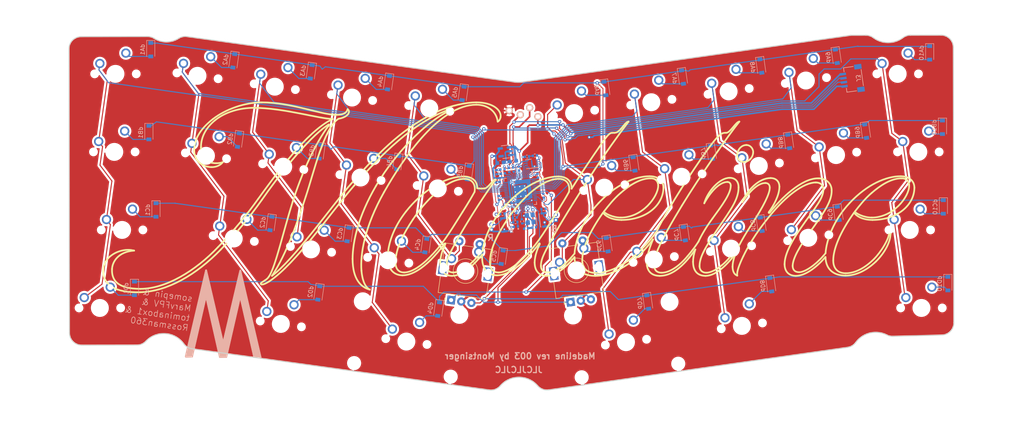
<source format=kicad_pcb>
(kicad_pcb (version 20221018) (generator pcbnew)
  (layers (0 "F.Cu" signal) (31 "B.Cu" signal) (34 "B.Paste" user) (35 "F.Paste" user) (36 "B.SilkS" user "B.Silkscreen") (37 "F.SilkS" user "F.Silkscreen") (38 "B.Mask" user) (39 "F.Mask" user) (44 "Edge.Cuts" user))
  (net 0 "")
  (net 1 "c1")
  (net 2 "Net-(dA1-A)")
  (net 3 "c2")
  (net 4 "Net-(dA2-A)")
  (net 5 "c3")
  (net 6 "Net-(dA3-A)")
  (net 7 "c4")
  (net 8 "Net-(dA4-A)")
  (net 9 "c5")
  (net 10 "Net-(dA5-A)")
  (net 11 "c6")
  (net 12 "Net-(dA6-A)")
  (net 13 "c7")
  (net 14 "Net-(dA7-A)")
  (net 15 "c8")
  (net 16 "Net-(dA8-A)")
  (net 17 "c9")
  (net 18 "Net-(dA9-A)")
  (net 19 "c10")
  (net 20 "Net-(dA10-A)")
  (net 21 "Net-(dB1-A)")
  (net 22 "Net-(dB2-A)")
  (net 23 "Net-(dB3-A)")
  (net 24 "Net-(dB4-A)")
  (net 25 "Net-(dB5-A)")
  (net 26 "Net-(dB6-A)")
  (net 27 "Net-(dB7-A)")
  (net 28 "Net-(dB8-A)")
  (net 29 "Net-(dB9-A)")
  (net 30 "Net-(dB10-A)")
  (net 31 "Net-(dC1-A)")
  (net 32 "Net-(dC2-A)")
  (net 33 "Net-(dC3-A)")
  (net 34 "Net-(dC4-A)")
  (net 35 "Net-(dC5-A)")
  (net 36 "Net-(dC6-A)")
  (net 37 "Net-(dC7-A)")
  (net 38 "Net-(dC8-A)")
  (net 39 "+5V")
  (net 40 "Net-(dC9-A)")
  (net 41 "Net-(dC10-A)")
  (net 42 "Net-(dD1-A)")
  (net 43 "Net-(dD2-A)")
  (net 44 "Net-(dD8-A)")
  (net 45 "Net-(dD10-A)")
  (net 46 "+3V3")
  (net 47 "Net-(U1-XIN)")
  (net 48 "GND")
  (net 49 "D+")
  (net 50 "D-")
  (net 51 "Net-(C4-Pad1)")
  (net 52 "+1V1")
  (net 53 "Net-(D1-K)")
  (net 54 "/LED")
  (net 55 "/~{RESET}")
  (net 56 "Net-(J2-Pin_2)")
  (net 57 "/QSPI_~{CS}")
  (net 58 "Net-(U1-USB_DP)")
  (net 59 "Net-(U1-USB_DM)")
  (net 60 "Net-(U1-XOUT)")
  (net 61 "/VBUS_DET")
  (net 62 "e1")
  (net 63 "e2")
  (net 70 "/D16")
  (net 72 "/MISO")
  (net 73 "/D21")
  (net 74 "/SCLK")
  (net 75 "/MOSI")
  (net 77 "/QSPI_D3")
  (net 78 "/QSPI_SCLK")
  (net 79 "/QSPI_D0")
  (net 80 "/QSPI_D2")
  (net 81 "/QSPI_D1")
  (net 83 "rA")
  (net 84 "rB")
  (net 85 "rC")
  (net 86 "rD")
  (net 87 "Net-(dD4-A)")
  (net 88 "Net-(dD7-A)")
  (net 89 "/D14")
  (footprint "MX_Only:MXOnly-1U-NoLED" (layer "F.Cu") (at 47.224098 52.505797)
    (fp_text reference "kA1")
    (fp_text value "MX-NoLED")
  )
  (footprint "MX_Only:MXOnly-1U-NoLED" (layer "F.Cu") (at 46.938345 71.555792)
    (fp_text reference "kB1")
    (fp_text value "MX-NoLED")
  )
  (footprint "MX_Only:MXOnly-1U-NoLED" (layer "F.Cu") (at 48.843349 90.605792)
    (fp_text reference "kC1")
    (fp_text value "MX-NoLED")
  )
  (footprint "MX_Only:MXOnly-1U-NoLED" (layer "F.Cu") (at 67.255813 52.984519 -8)
    (fp_text reference "kA2")
    (fp_text value "MX-NoLED")
  )
  (footprint "MX_Only:MXOnly-1U-NoLED" (layer "F.Cu") (at 69.320718 72.511939 -8)
    (fp_text reference "kB2")
    (fp_text value "MX-NoLED")
  )
  (footprint "MX_Only:MXOnly-1U-NoLED" (layer "F.Cu") (at 76.101773 92.702167 -8)
    (fp_text reference "kC2")
    (fp_text value "MX-NoLED")
  )
  (footprint "MX_Only:MXOnly-1U-NoLED" (layer "F.Cu") (at 86.120419 55.635772 -8)
    (fp_text reference "kA3")
    (fp_text value "MX-NoLED")
  )
  (footprint "MX_Only:MXOnly-1U-NoLED" (layer "F.Cu") (at 88.185324 75.16319 -8)
    (fp_text reference "kB3")
    (fp_text value "MX-NoLED")
  )
  (footprint "MX_Only:MXOnly-1U-NoLED" (layer "F.Cu") (at 94.966377 95.353421 -8)
    (fp_text reference "kC3")
    (fp_text value "MX-NoLED")
  )
  (footprint "MX_Only:MXOnly-1U-NoLED" (layer "F.Cu") (at 43.414097 109.655795)
    (fp_text reference "kD1")
    (fp_text value "MX-NoLED")
  )
  (footprint "MX_Only:MXOnly-1U-NoLED" (layer "F.Cu") (at 104.985026 58.287015 -8)
    (fp_text reference "kA4")
    (fp_text value "MX-NoLED")
  )
  (footprint "MX_Only:MXOnly-1U-NoLED" (layer "F.Cu") (at 107.049932 77.814434 -8)
    (fp_text reference "kB4")
    (fp_text value "MX-NoLED")
  )
  (footprint "MX_Only:MXOnly-1U-NoLED" (layer "F.Cu") (at 113.830984 98.004667 -8)
    (fp_text reference "kC4")
    (fp_text value "MX-NoLED")
  )
  (footprint "MX_Only:MXOnly-1U-NoLED" (layer "F.Cu") (at 87.59898 113.555216 -8)
    (fp_text reference "kD2")
    (fp_text value "MX-NoLED")
  )
  (footprint "MX_Only:MXOnly-1U-NoLED" (layer "F.Cu") (at 123.849633 60.938263 -8)
    (fp_text reference "kA5")
    (fp_text value "MX-NoLED")
  )
  (footprint "MX_Only:MXOnly-1U-NoLED" (layer "F.Cu") (at 132.695592 100.655911 -8)
    (fp_text reference "kC5")
    (fp_text value "MX-NoLED")
  )
  (footprint "MX_Only:MXOnly-2.25U-ReversedStabilizers-NoLED" (layer "F.Cu") (at 118.253967 117.863488 -8)
    (fp_text reference "kD4")
    (fp_text value "MX-NoLED")
  )
  (footprint "MX_Only:MXOnly-1U-NoLED" (layer "F.Cu") (at 159.198859 62.082311 8)
    (fp_text reference "kA6")
    (fp_text value "MX-NoLED")
  )
  (footprint "MX_Only:MXOnly-1U-NoLED" (layer "F.Cu") (at 166.566256 80.284108 8)
    (fp_text reference "kB6")
    (fp_text value "MX-NoLED")
  )
  (footprint "MX_Only:MXOnly-1U-NoLED" (layer "F.Cu") (at 159.785204 100.474336 8)
    (fp_text reference "kC6")
    (fp_text value "MX-NoLED")
  )
  (footprint "MX_Only:MXOnly-1U-NoLED" (layer "F.Cu") (at 178.063469 59.431067 8)
    (fp_text reference "kA7")
    (fp_text value "MX-NoLED")
  )
  (footprint "MX_Only:MXOnly-1U-NoLED" (layer "F.Cu") (at 185.430864 77.632862 8)
    (fp_text reference "kB7")
    (fp_text value "MX-NoLED")
  )
  (footprint "MX_Only:MXOnly-1U-NoLED" (layer "F.Cu") (at 178.649808 97.823091 8)
    (fp_text reference "kC7")
    (fp_text value "MX-NoLED")
  )
  (footprint "MX_Only:MXOnly-2U-ReversedStabilizers-NoLED" (layer "F.Cu") (at 171.868756 118.01332 8)
    (fp_text reference "kD7")
    (fp_text value "MX-NoLED")
  )
  (footprint "MX_Only:MXOnly-1U-NoLED" (layer "F.Cu") (at 196.92807 56.779814 8)
    (fp_text reference "kA8")
    (fp_text value "MX-NoLED")
  )
  (footprint "MX_Only:MXOnly-1U-NoLED" (layer "F.Cu") (at 204.295468 74.981613 8)
    (fp_text reference "kB8")
    (fp_text value "MX-NoLED")
  )
  (footprint "MX_Only:MXOnly-1U-NoLED" (layer "F.Cu") (at 197.514418 95.171839 8)
    (fp_text reference "kC8")
    (fp_text value "MX-NoLED")
  )
  (footprint "MX_Only:MXOnly-1U-NoLED" (layer "F.Cu") (at 200.165661 114.036448 8)
    (fp_text reference "kD8")
    (fp_text value "MX-NoLED")
  )
  (footprint "MX_Only:MXOnly-1U-NoLED" (layer "F.Cu") (at 215.79268 54.12857 8)
    (fp_text reference "kA9")
    (fp_text value "MX-NoLED")
  )
  (footprint "MX_Only:MXOnly-1U-NoLED" (layer "F.Cu") (at 223.160077 72.330367 8)
    (fp_text reference "kB9")
    (fp_text value "MX-NoLED")
  )
  (footprint "MX_Only:MXOnly-1U-NoLED" (layer "F.Cu") (at 216.379022 92.520596 8)
    (fp_text reference "kC9")
    (fp_text value "MX-NoLED")
  )
  (footprint "MX_Only:MXOnly-1U-NoLED" (layer "F.Cu") (at 244.010597 109.655797)
    (fp_text reference "kD10")
    (fp_text value "MX-NoLED")
  )
  (footprint "MX_Only:MXOnly-1U-NoLED" (layer "F.Cu") (at 238.200348 52.505797)
    (fp_text reference "kA10")
    (fp_text value "MX-NoLED")
  )
  (footprint "MX_Only:MXOnly-1U-NoLED" (layer "F.Cu") (at 243.2486 71.555795)
    (fp_text reference "kB10")
    (fp_text value "MX-NoLED")
  )
  (footprint "MX_Only:MXOnly-1U-NoLED" (layer "F.Cu") (at 241.1531 90.605798)
    (fp_text reference "kC10")
    (fp_text value "MX-NoLED")
  )
  (footprint "MX_Only:MXOnly-1U-NoLED" (layer "F.Cu") (at 125.914536 80.465686 -8)
    (fp_text reference "kB5")
    (fp_text value "MX-NoLED")
  )
  (footprint "montsinger:encoder" (layer "F.Cu") (at 159.785204 100.474336 98)
    (fp_text reference "Enc2" hide)
    (fp_text value "right knob")
  )
  (footprint "" (layer "F.Cu") (at 146.079578 62.477762)
    (fp_text reference "")
    (fp_text value "")
  )
  (footprint "" (layer "F.Cu") (at 143.379578 61.467762)
    (fp_text reference "")
    (fp_text value "")
  )
  (footprint "montsinger:encoder" (layer "F.Cu") (at 132.695592 100.655911 82)
    (fp_text reference "Enc1" hide)
    (fp_text value "left knob")
  )
  (footprint "Connector_PinHeader_1.27mm:PinHeader_1x02_P1.27mm_Vertical" (layer "F.Cu") (at 139.019578 90.552762 180)
    (fp_text reference "J5" hide)
    (fp_text value "Conn_01x02" hide)
  )
  (footprint "" (layer "F.Cu") (at 150.359578 62.947762)
    (fp_text reference "")
    (fp_text value "")
  )
  (footprint "" (layer "F.Cu") (at 148.349578 60.757762)
    (fp_text reference "")
    (fp_text value "")
  )
  (footprint "Connector_PinHeader_1.27mm:PinHeader_1x02_P1.27mm_Vertical" (layer "F.Cu") (at 154.749578 88.182762 180)
    (fp_text reference "J5" hide)
    (fp_text value "Conn_01x02" hide)
  )
  (footprint "montsinger:diode_smd" (layer "B.Cu") (at 167.279578 94.207762 -82)
    (fp_text reference "dC6")
    (fp_text value "Diode")
  )
  (footprint "montsinger:diode_smd" (layer "B.Cu") (at 249.139578 65.547762 -90)
    (fp_text reference "dB10")
    (fp_text value "Diode")
  )
  (footprint "Resistor_SMD:R_0402_1005Metric" (layer "B.Cu") (at 144.866322 88.710518 7)
    (fp_text reference "R1" hide)
    (fp_text value "1k")
  )
  (footprint "Resistor_SMD:R_0402_1005Metric" (layer "B.Cu") (at 140.242907 76.492902 97)
    (fp_text reference "R11" hide)
    (fp_text value "10k")
  )
  (footprint "montsinger:diode_smd" (layer "B.Cu") (at 166.739578 56.087762 -82)
    (fp_text reference "dA6")
    (fp_text value "Diode")
  )
  (footprint "montsinger:diode_smd" (layer "B.Cu") (at 211.609578 69.017762 -82)
    (fp_text reference "dB8")
    (fp_text value "Diode")
  )
  (footprint "Capacitor_SMD:C_0402_1005Metric" (layer "B.Cu") (at 145.676318 75.614186 97)
    (fp_text reference "C7" hide)
    (fp_text value "100n")
  )
  (footprint "Resistor_SMD:R_0402_1005Metric" (layer "B.Cu") (at 144.398195 75.871871 -83)
    (fp_text reference "R6" hide)
    (fp_text value "27")
  )
  (footprint "Capacitor_SMD:C_0603_1608Metric" (layer "B.Cu") (at 141.220352 74.196666 7)
    (fp_text reference "C2" hide)
    (fp_text value "1µ")
  )
  (footprint "montsinger:diode_smd" (layer "B.Cu") (at 249.359578 84.997762 -90)
    (fp_text reference "dC10")
    (fp_text value "Diode")
  )
  (footprint "montsinger:diode_smd" (layer "B.Cu") (at 116.139578 74.197762 -98)
    (fp_text reference "dB4")
    (fp_text value "Diode")
  )
  (footprint "Capacitor_SMD:C_0402_1005Metric" (layer "B.Cu") (at 149.458983 90.010503 -173)
    (fp_text reference "C3" hide)
    (fp_text value "15p")
  )
  (footprint "montsinger:jst" (layer "B.Cu") (at 229.756234 53.392135 -82)
    (fp_text reference "J3")
    (fp_text value "SM04B-SRSS-TB(LF)(SN)")
  )
  (footprint "Button_Switch_SMD:SW_SPST_CK_KXT3" (layer "B.Cu") (at 151.949961 88.143009 97)
    (fp_text reference "SW2" hide)
    (fp_text value "SW_Push")
  )
  (footprint "LED_SMD:LED_0402_1005Metric" (layer "B.Cu") (at 145.000378 89.802319 -173)
    (fp_text reference "D1" hide)
    (fp_text value "LED")
  )
  (footprint "montsinger:diode_smd" (layer "B.Cu") (at 246.019578 47.377762 -90)
    (fp_text reference "dA10")
    (fp_text value "Diode")
  )
  (footprint "Button_Switch_SMD:SW_SPST_CK_KXT3" (layer "B.Cu") (at 142.024499 89.361703 97)
    (fp_text reference "SW1" hide)
    (fp_text value "SW_Push")
  )
  (footprint "montsinger:diode_smd" (layer "B.Cu") (at 51.859578 104.887762 -90)
    (fp_text reference "dD1")
    (fp_text value "Diode")
  )
  (footprint "Capacitor_SMD:C_0402_1005Metric" (layer "B.Cu") (at 141.847163 76.83998 -173)
    (fp_text reference "C6" hide)
    (fp_text value "1µ")
  )
  (footprint "montsinger:diode_smd" (layer "B.Cu") (at 141.639578 97.267762 -98)
    (fp_text reference "dC5")
    (fp_text value "Diode")
  )
  (footprint "montsinger:diode_smd" (layer "B.Cu") (at 85.199578 89.027762 -98)
    (fp_text reference "dC2")
    (fp_text value "Diode")
  )
  (footprint "montsinger:diode_smd" (layer "B.Cu") (at 96.879578 105.997762 -98)
    (fp_text reference "dD2")
    (fp_text value "Diode")
  )
  (footprint "Package_TO_SOT_SMD:SOT-23-5" (layer "B.Cu") (at 142.404498 71.532496 -173)
    (fp_text reference "U3" hide)
    (fp_text value "XC6210B332MR-G")
  )
  (footprint "Capacitor_SMD:C_0603_1608Metric" (layer "B.Cu") (at 144.297245 73.818871 -173)
    (fp_text reference "C1" hide)
    (fp_text value "1µ")
  )
  (footprint "Resistor_SMD:R_0402_1005Metric" (layer "B.Cu") (at 149.641164 72.457463 -173)
    (fp_text reference "R9" hide)
    (fp_text value "10k")
  )
  (footprint "montsinger:diode_smd" (layer "B.Cu") (at 57.119578 85.737762 -90)
    (fp_text reference "dC1")
    (fp_text value "Diode")
  )
  (footprint "montsinger:diode_smd" (layer "B.Cu") (at 126.129578 109.947762 -98)
    (fp_text reference "dD4")
    (fp_text value "Diode")
  )
  (footprint "montsinger:diode_smd" (layer "B.Cu") (at 97.179578 71.527762 -98)
    (fp_text reference "dB3")
    (fp_text value "Diode")
  )
  (footprint "montsinger:diode_smd" (layer "B.Cu") (at 207.229578 103.987762 -82)
    (fp_text reference "dD8")
    (fp_text value "Diode")
  )
  (footprint "Capacitor_SMD:C_0402_1005Metric" (layer "B.Cu") (at 140.9817 78.407134 -83)
    (fp_text reference "C11" hide)
    (fp_text value "100n")
  )
  (footprint "Resistor_SMD:R_0402_1005Metric" (layer "B.Cu") (at 141.7192 75.797806 7)
    (fp_text reference "R10" hide)
    (fp_text value "5.1k")
  )
  (footprint "Capacitor_SMD:C_0402_1005Metric" (layer "B.Cu") (at 147.473891 90.254242 7)
    (fp_text reference "C4" hide)
    (fp_text value "15p")
  )
  (footprint "montsinger:diode_smd" (layer "B.Cu") (at 123.019578 94.437762 -98)
    (fp_text reference "dC4")
    (fp_text value "Diode")
  )
  (footprint "Resistor_SMD:R_0402_1005Metric" (layer "B.Cu") (at 143.306394 76.005927 -83)
    (fp_text reference "R7" hide)
    (fp_text value "27")
  )
  (footprint "Capacitor_SMD:C_0402_1005Metric" (layer "B.Cu") (at 144.598209 86.526916 -173)
    (fp_text reference "C8" hide)
    (fp_text value "100n")
  )
  (footprint "montsinger:diode_smd" (layer "B.Cu") (at 95.019578 51.997762 -98)
    (fp_text reference "dA3")
    (fp_text value "Diode")
  )
  (footprint "montsinger:diode_smd" (layer "B.Cu") (at 104.019578 91.727762 -98)
    (fp_text reference "dC3")
    (fp_text value "Diode")
  )
  (footprint "montsinger:diode_smd" (layer "B.Cu") (at 186.139578 91.517762 -82)
    (fp_text reference "dC7")
    (fp_text value "Diode")
  )
  (footprint "Capacitor_SMD:C_0402_1005Metric" (layer "B.Cu") (at 140.817049 82.810019 97)
    (fp_text reference "C13" hide)
    (fp_text value "100n")
  )
  (footprint "montsinger:diode_smd" (layer "B.Cu") (at 55.389578 66.847762 -90)
    (fp_text reference "dB1")
    (fp_text value "Diode")
  )
  (footprint "Crystal:Crystal_SMD_2520-4Pin_2.5x2.0mm" (layer "B.Cu") (at 148.489995 87.862583 -83)
    (fp_text reference "Y1" hide)
    (fp_text value "Crystal_GND24")
  )
  (footprint "montsinger:diode_smd" (layer "B.Cu") (at 192.749578 71.667762 -82)
    (fp_text reference "dB7")
    (fp_text value "Diode")
  )
  (footprint "Resistor_SMD:R_0402_1005Metric" (layer "B.Cu") (at 141.695452 86.681828 -173)
    (fp_text reference "R2" hide)
    (fp_text value "10k")
  )
  (footprint "montsinger:diode_smd" (layer "B.Cu") (at 185.679578 53.297762 -82)
    (fp_text reference "dA7")
    (fp_text value "Diode")
  )
  (footprint "montsinger:diode_smd" (layer "B.Cu") (at 113.879578 54.657762 -98)
    (fp_text reference "dA4")
    (fp_text value "Diode")
  )
  (footprint "Capacitor_SMD:C_0402_1005Metric" (layer "B.Cu") (at 150.323821 77.360817 97)
    (fp_text reference "C12" hide)
    (fp_text value "100n")
  )
  (footprint "Resistor_SMD:R_0402_1005Metric" (layer "B.Cu") (at 146.504023 88.509433 97)
    (fp_text reference "R8" hide)
    (fp_text value "1k")
  )
  (footprint "montsinger:diode_smd" (layer "B.Cu") (at 173.839578 74.497762 -82)
    (fp_text reference "dB6")
    (fp_text value "Diode")
  )
  (footprint "montsinger:diode_smd" (layer "B.Cu") (at 133.369578 76.637762 -98)
    (fp_text reference "dB5")
    (fp_text value "Diode")
  )
  (footprint "Capacitor_SMD:C_0402_1005Metric" (layer "B.Cu") (at 151.727204 82.226052 -83)
    (fp_text reference "C9" hide)
    (fp_text value "100n")
  )
  (footprint "0xLib_Package_DFN_QFN:USON-8-1EP_3x2mm_P0.5mm_EP0.25x1.65mm" (layer "B.Cu") (at 148.903852 74.411887 -173)
    (fp_text reference "U2" hide)
    (fp_text value "GD25Q80CEIGR")
  )
  (footprint "Capacitor_SMD:C_0402_1005Metric" (layer "B.Cu") (at 147.705699 72.695108 -173)
    (fp_text reference "C10" hide)
    (fp_text value "100n")
  )
  (footprint "montsinger:diode_smd" (layer "B.Cu") (at 204.801266 50.603573 -82)
    (fp_text reference "dA8")
    (fp_text value "Diode")
  )
  (footprint "0xLib_Package_DFN_QFN:QFN-56-1EP_7x7mm_P0.4mm_EP3.2x3.2mm" (layer "B.Cu") (at 146.061023 81.209005 -173)
    (fp_text reference "U1" hide)
    (fp_text value "RP2040")
  )
  (footprint "montsinger:diode_smd" (layer "B.Cu") (at 204.879578 89.237762 -82)
    (fp_text reference "dC8")
    (fp_text value "Diode")
  )
  (footprint "montsinger:diode_smd" (layer "B.Cu") (at 177.189578 108.217762 -82)
    (fp_text reference "dD7")
    (fp_text value "Diode")
  )
  (footprint "montsinger:diode_smd" (layer "B.Cu") (at 76.119578 49.317762 -98)
    (fp_text reference "dA2")
    (fp_text value "Diode")
  )
  (footprint "Resistor_SMD:R_0402_1005Metric" (layer "B.Cu") (at 151.720168 85.450948 7)
    (fp_text reference "R3" hide)
    (fp_text value "1k")
  )
  (footprint "Capacitor_SMD:C_0402_1005Metric" (layer "B.Cu") (at 139.989154 78.529004 -83)
    (fp_text reference "C5" hide)
    (fp_text value "1µ")
  )
  (footprint "montsinger:diode_smd" (layer "B.Cu") (at 223.229578 48.217762 -82)
    (fp_text reference "dA9")
    (fp_text value "Diode")
  )
  (footprint "montsinger:diode_smd" (layer "B.Cu") (at 223.689578 86.567762 -82)
    (fp_text reference "dC9")
    (fp_text value "Diode")
  )
  (footprint "montsinger:diode_smd" (layer "B.Cu") (at 55.839578 46.597762 -90)
    (fp_text reference "dA1")
    (fp_text value "Diode")
  )
  (footprint "montsinger:diode_smd" (layer "B.Cu") (at 132.109578 57.277762 -98)
    (fp_text reference "dA5")
    (fp_text value "Diode")
  )
  (footprint "Capacitor_SMD:C_0402_1005Metric" (layer "B.Cu") (at 144.732266 87.618717 -173)
    (fp_text reference "C14" hide)
    (fp_text value "100n")
  )
  (footprint "montsinger:diode_smd" (layer "B.Cu") (at 250.449578 103.717762 -90)
    (fp_text reference "dD10")
    (fp_text value "Diode")
  )
  (footprint "montsinger:diode_smd" (layer "B.Cu") (at 230.379578 66.497762 -82)
    (fp_text reference "dB9")
    (fp_text value "Diode")
  )
  (footprint "montsinger:diode_smd" (layer "B.Cu") (at 77.249578 68.677762 -98)
    (fp_text reference "dB2")
    (fp_text value "Diode")
  )
  (gr_poly (pts (xy 148.991736 76.768744) (xy 149.178938 76.242004) (xy 148.682665 76.302938)) (stroke (width 0.15)) (fill solid) (layer "B.SilkS"))
  (gr_poly (pts (xy 69.489099 100.368627) (xy 73.519099 117.668627) (xy 77.569099 100.438627) (xy 77.699099 100.358627) (xy 77.839099 100.438627) (xy 82.819099 121.728627) (xy 80.959099 121.728627) (xy 77.689099 107.398627) (xy 74.399099 121.758627) (xy 72.599099 121.778627) (xy 69.329099 107.338627) (xy 66.049099 121.668627) (xy 66.019099 121.668627) (xy 64.379099 121.728627) (xy 64.229099 121.548627) (xy 69.209099 100.378627) (xy 69.349099 100.298627)) (stroke (width 0.15)) (fill solid) (layer "B.SilkS"))
  (gr_curve (pts (xy 82.962925 83.276465) (xy 86.518883 78.133213) (xy 94.075011 68.227668) (xy 99.091346 64.989209)) (stroke (width 0.42)) (layer "F.SilkS"))
  (gr_curve (pts (xy 170.593751 81.562047) (xy 172.562003 79.84763) (xy 175.228921 78.006295) (xy 177.895838 78.006295)) (stroke (width 0.42)) (layer "F.SilkS"))
  (gr_curve (pts (xy 66.453751 71.148419) (xy 66.453751 74.005919) (xy 68.739503 75.275713) (xy 70.707962 75.275713)) (stroke (width 0.42)) (layer "F.SilkS"))
  (gr_curve (pts (xy 142.908 88.038758) (xy 145.511458 84.102047) (xy 150.845293 78.133213) (xy 155.480255 78.133213)) (stroke (width 0.42)) (layer "F.SilkS"))
  (gr_curve (pts (xy 191.992755 70.704002) (xy 190.024503 73.370919) (xy 186.849503 78.196671) (xy 185.325669 80.609547)) (stroke (width 0.42)) (layer "F.SilkS"))
  (gr_curve (pts (xy 107.282474 100.547762) (xy 106.964974 96.547386) (xy 108.044391 89.816634) (xy 112.806891 81.371465)) (stroke (width 0.42)) (layer "F.SilkS"))
  (gr_curve (pts (xy 151.099334 99.404886) (xy 151.099334 98.388927) (xy 151.353169 97.436427) (xy 152.368921 95.467969)) (stroke (width 0.42)) (layer "F.SilkS"))
  (gr_curve (pts (xy 132.429879 78.133213) (xy 133.827003 78.133213) (xy 135.287379 78.958589) (xy 134.906421 81.308006)) (stroke (width 0.42)) (layer "F.SilkS"))
  (gr_curve (pts (xy 179.674334 95.341051) (xy 180.817417 92.610675) (xy 183.230086 88.419717) (xy 185.515838 84.673382)) (stroke (width 0.42)) (layer "F.SilkS"))
  (gr_curve (pts (xy 128.048751 99.404886) (xy 128.048751 98.388927) (xy 128.302586 97.436427) (xy 129.318545 95.467969)) (stroke (width 0.42)) (layer "F.SilkS"))
  (gr_curve (pts (xy 150.781834 94.13451) (xy 150.527793 94.642593) (xy 149.575293 96.67451) (xy 149.575293 98.579303)) (stroke (width 0.42)) (layer "F.SilkS"))
  (gr_curve (pts (xy 152.686421 100.992179) (xy 151.733921 100.992179) (xy 151.099334 100.357386) (xy 151.099334 99.404886)) (stroke (width 0.42)) (layer "F.SilkS"))
  (gr_curve (pts (xy 140.555068 64.163833) (xy 140.80911 64.036709) (xy 141.12661 63.719209) (xy 141.253734 63.084209)) (stroke (width 0.42)) (layer "F.SilkS"))
  (gr_curve (pts (xy 105.441139 79.84763) (xy 112.171891 72.100919) (xy 120.108978 64.227292) (xy 128.681064 61.242874)) (stroke (width 0.42)) (layer "F.SilkS"))
  (gr_curve (pts (xy 117.317624 101.690638) (xy 119.793958 101.690638) (xy 122.270293 99.785845) (xy 124.111834 98.007969)) (stroke (width 0.42)) (layer "F.SilkS"))
  (gr_curve (pts (xy 220.50409 97.30951) (xy 220.529928 97.279202) (xy 220.552666 97.249772) (xy 220.578272 97.219541)) (stroke (width 0.42)) (layer "F.SilkS"))
  (gr_curve (pts (xy 181.007173 80.292047) (xy 181.007173 78.57763) (xy 179.673507 77.498213) (xy 177.64159 77.498213)) (stroke (width 0.42)) (layer "F.SilkS"))
  (gr_curve (pts (xy 174.212755 97.563345) (xy 175.580863 96.433284) (xy 177.127177 94.71742) (xy 178.465932 92.939234)) (stroke (width 0.42)) (layer "F.SilkS"))
  (gr_curve (pts (xy 199.619732 94.160012) (xy 198.946646 95.175687) (xy 198.195736 96.147927) (xy 197.200086 97.30951)) (stroke (width 0.42)) (layer "F.SilkS"))
  (gr_curve (pts (xy 220.059673 80.736671) (xy 220.059673 82.832047) (xy 218.218338 84.990882) (xy 215.805255 88.356258)) (stroke (width 0.42)) (layer "F.SilkS"))
  (gr_curve (pts (xy 82.962925 59.464998) (xy 78.835631 59.464998) (xy 74.136797 61.115957) (xy 71.025462 63.528833)) (stroke (width 0.42)) (layer "F.SilkS"))
  (gr_curve (pts (xy 129.636045 100.992179) (xy 128.683545 100.992179) (xy 128.048751 100.357386) (xy 128.048751 99.404886)) (stroke (width 0.42)) (layer "F.SilkS"))
  (gr_curve (pts (xy 185.325669 80.609547) (xy 183.501 83.522005) (xy 181.134607 87.345338) (xy 179.381277 90.944653)) (stroke (width 0.42)) (layer "F.SilkS"))
  (gr_curve (pts (xy 199.041834 101.754303) (xy 198.851665 100.865262) (xy 199.549917 99.023927) (xy 200.502417 97.055469)) (stroke (width 0.42)) (layer "F.SilkS"))
  (gr_curve (pts (xy 205.899503 79.149171) (xy 206.534503 79.149171) (xy 206.979334 79.53013) (xy 206.979334 80.292047)) (stroke (width 0.42)) (layer "F.SilkS"))
  (gr_curve (pts (xy 166.275669 86.387799) (xy 166.720086 87.086258) (xy 168.117003 88.165882) (xy 170.783921 88.165882)) (stroke (width 0.42)) (layer "F.SilkS"))
  (gr_curve (pts (xy 236.188921 90.451634) (xy 236.506421 92.547217) (xy 233.839503 96.293551) (xy 232.505838 97.626803)) (stroke (width 0.42)) (layer "F.SilkS"))
  (gr_curve (pts (xy 212.567003 99.404886) (xy 212.567003 97.626803) (xy 214.154503 94.706051) (xy 217.265838 90.451634)) (stroke (width 0.42)) (layer "F.SilkS"))
  (gr_curve (pts (xy 127.731251 94.13451) (xy 127.47721 94.642593) (xy 126.52471 96.67451) (xy 126.52471 98.579303)) (stroke (width 0.42)) (layer "F.SilkS"))
  (gr_curve (pts (xy 104.742681 79.339547) (xy 100.107305 84.673382) (xy 90.773094 97.880845) (xy 85.439466 101.817762)) (stroke (width 0.42)) (layer "F.SilkS"))
  (gr_curve (pts (xy 189.834334 99.468345) (xy 189.834334 97.372969) (xy 190.977417 95.150469) (xy 194.406251 90.134134)) (stroke (width 0.42)) (layer "F.SilkS"))
  (gr_curve (pts (xy 53.309748 105.818138) (xy 59.913376 105.627555) (xy 66.961627 101.563721) (xy 72.930462 95.40451)) (stroke (width 0.42)) (layer "F.SilkS"))
  (gr_curve (pts (xy 177.64159 77.498213) (xy 174.212755 77.498213) (xy 169.513921 79.403213) (xy 165.196251 84.038382)) (stroke (width 0.42)) (layer "F.SilkS"))
  (gr_curve (pts (xy 129.318545 95.467969) (xy 131.604503 91.086634) (xy 136.239879 83.593965) (xy 140.049673 78.323795)) (stroke (width 0.42)) (layer "F.SilkS"))
  (gr_curve (pts (xy 104.234598 61.750957) (xy 104.234598 61.496916) (xy 104.107681 61.242874) (xy 103.917098 61.115957)) (stroke (width 0.42)) (layer "F.SilkS"))
  (gr_curve (pts (xy 135.541421 80.419171) (xy 135.604879 78.450713) (xy 134.017379 77.561671) (xy 132.302962 77.561671)) (stroke (width 0.42)) (layer "F.SilkS"))
  (gr_curve (pts (xy 140.368206 101.690638) (xy 142.844541 101.690638) (xy 145.320876 99.785845) (xy 147.162417 98.007969)) (stroke (width 0.42)) (layer "F.SilkS"))
  (gr_curve (pts (xy 82.07409 83.022423) (xy 79.153131 87.086258) (xy 76.486214 90.388175) (xy 72.295462 94.76951)) (stroke (width 0.42)) (layer "F.SilkS"))
  (gr_line (start 169.068677 66.894209) (end 168.497342 66.894209) (stroke (width 0.42)) (layer "F.SilkS"))
  (gr_curve (pts (xy 199.041421 72.037461) (xy 198.850838 73.180337) (xy 199.676421 74.005919) (xy 200.628921 74.005919)) (stroke (width 0.42)) (layer "F.SilkS"))
  (gr_curve (pts (xy 141.193582 86.133965) (xy 138.670041 89.340875) (xy 137.281444 92.72041) (xy 136.877257 95.626951)) (stroke (width 0.42)) (layer "F.SilkS"))
  (gr_curve (pts (xy 136.748789 97.372969) (xy 136.748789 100.420845) (xy 138.463206 101.690638) (xy 140.368206 101.690638)) (stroke (width 0.42)) (layer "F.SilkS"))
  (gr_curve (pts (xy 170.783921 88.165882) (xy 176.879673 88.165882) (xy 181.007173 84.483006) (xy 181.007173 80.292047)) (stroke (width 0.42)) (layer "F.SilkS"))
  (gr_curve (pts (xy 207.106251 87.022799) (xy 210.852586 82.451089) (xy 215.170255 79.022254) (xy 218.218338 79.022254)) (stroke (width 0.42)) (layer "F.SilkS"))
  (gr_curve (pts (xy 110.838432 79.84763) (xy 106.520557 87.213382) (xy 105.123639 93.49951) (xy 105.123639 97.690469)) (stroke (width 0.42)) (layer "F.SilkS"))
  (gr_curve (pts (xy 158.59159 80.546089) (xy 158.655255 78.387254) (xy 157.067755 77.561671) (xy 155.353338 77.561671)) (stroke (width 0.42)) (layer "F.SilkS"))
  (gr_curve (pts (xy 178.465932 92.939234) (xy 177.543999 95.100885) (xy 176.943751 97.093244) (xy 176.943751 98.642969)) (stroke (width 0.42)) (layer "F.SilkS"))
  (gr_curve (pts (xy 101.059805 62.512874) (xy 97.503846 62.512874) (xy 90.201759 59.464998) (xy 82.962925 59.464998)) (stroke (width 0.42)) (layer "F.SilkS"))
  (gr_curve (pts (xy 100.234222 63.528833) (xy 93.82097 66.576709) (xy 86.137925 77.434754) (xy 82.07409 83.022423)) (stroke (width 0.42)) (layer "F.SilkS"))
  (gr_curve (pts (xy 165.196251 84.038382) (xy 161.259928 88.213528) (xy 159.508924 93.116071) (xy 159.310797 96.379748)) (stroke (width 0.42)) (layer "F.SilkS"))
  (gr_curve (pts (xy 180.563169 101.055845) (xy 179.293169 101.055845) (xy 178.721834 100.293721) (xy 178.721834 99.087386)) (stroke (width 0.42)) (layer "F.SilkS"))
  (gr_curve (pts (xy 124.111834 98.007969) (xy 125.25471 96.864886) (xy 126.651627 95.277593) (xy 127.540669 94.007593)) (stroke (width 0.42)) (layer "F.SilkS"))
  (gr_curve (pts (xy 232.887003 98.325469) (xy 235.109503 96.166427) (xy 236.442755 93.436051) (xy 236.442755 91.658175)) (stroke (width 0.42)) (layer "F.SilkS"))
  (gr_curve (pts (xy 222.09159 80.990506) (xy 222.09159 79.403213) (xy 220.948507 78.006295) (xy 218.789673 78.006295)) (stroke (width 0.42)) (layer "F.SilkS"))
  (gr_curve (pts (xy 185.515838 84.673382) (xy 189.770255 77.688795) (xy 196.945425 67.402085) (xy 199.54909 64.163833)) (stroke (width 0.42)) (layer "F.SilkS"))
  (gr_curve (pts (xy 51.785706 95.658551) (xy 51.214372 95.531427) (xy 50.896872 95.467969) (xy 50.32533 95.467969)) (stroke (width 0.42)) (layer "F.SilkS"))
  (gr_curve (pts (xy 147.162417 98.007969) (xy 148.305293 96.864886) (xy 149.70221 95.277593) (xy 150.591251 94.007593)) (stroke (width 0.42)) (layer "F.SilkS"))
  (gr_curve (pts (xy 218.218338 79.022254) (xy 219.488338 79.022254) (xy 220.059673 79.84763) (xy 220.059673 80.736671)) (stroke (width 0.42)) (layer "F.SilkS"))
  (gr_curve (pts (xy 197.899165 99.595262) (xy 197.899165 100.674886) (xy 198.279917 101.500262) (xy 199.041834 101.754303)) (stroke (width 0.42)) (layer "F.SilkS"))
  (gr_curve (pts (xy 140.049673 78.323795) (xy 139.414673 78.133213) (xy 138.271797 80.419171) (xy 137.319297 80.48263)) (stroke (width 0.42)) (layer "F.SilkS"))
  (gr_curve (pts (xy 196.628751 78.89513) (xy 197.136421 78.89513) (xy 197.453921 79.276089) (xy 197.453921 79.784171)) (stroke (width 0.42)) (layer "F.SilkS"))
  (gr_curve (pts (xy 164.370669 101.817762) (xy 167.736251 101.817762) (xy 171.228338 100.039886) (xy 174.212755 97.563345)) (stroke (width 0.42)) (layer "F.SilkS"))
  (gr_curve (pts (xy 191.485086 101.055845) (xy 190.342417 101.055845) (xy 189.834334 100.293721) (xy 189.834334 99.468345)) (stroke (width 0.42)) (layer "F.SilkS"))
  (gr_curve (pts (xy 188.801451 95.388645) (xy 188.440621 96.484496) (xy 188.246834 97.49539) (xy 188.246834 98.388927)) (stroke (width 0.42)) (layer "F.SilkS"))
  (gr_curve (pts (xy 99.281929 65.116126) (xy 95.852887 69.751502) (xy 92.741553 76.672837) (xy 90.455801 83.848006)) (stroke (width 0.42)) (layer "F.SilkS"))
  (gr_curve (pts (xy 83.661383 102.960638) (xy 82.899466 103.468721) (xy 82.518507 103.595638) (xy 82.772549 103.849679)) (stroke (width 0.42)) (layer "F.SilkS"))
  (gr_curve (pts (xy 200.628921 74.005919) (xy 201.835255 74.005919) (xy 202.787755 72.989961) (xy 202.914673 71.846878)) (stroke (width 0.42)) (layer "F.SilkS"))
  (gr_curve (pts (xy 236.442755 91.658175) (xy 236.442755 91.023175) (xy 236.315838 90.769134) (xy 236.188921 90.451634)) (stroke (width 0.42)) (layer "F.SilkS"))
  (gr_curve (pts (xy 155.480255 78.133213) (xy 156.877173 78.133213) (xy 158.337755 78.958589) (xy 157.95659 81.308006)) (stroke (width 0.42)) (layer "F.SilkS"))
  (gr_curve (pts (xy 226.473751 84.038382) (xy 222.571612 88.177251) (xy 220.818386 93.029642) (xy 220.595144 96.293035)) (stroke (width 0.42)) (layer "F.SilkS"))
  (gr_curve (pts (xy 149.575293 98.579303) (xy 149.575293 100.738345) (xy 150.781834 101.817762) (xy 152.432586 101.817762)) (stroke (width 0.42)) (layer "F.SilkS"))
  (gr_curve (pts (xy 197.200086 77.879171) (xy 194.723751 77.879171) (xy 191.802586 81.181089) (xy 190.977417 84.102047)) (stroke (width 0.42)) (layer "F.SilkS"))
  (gr_curve (pts (xy 165.449259 70.196126) (xy 163.544673 72.926502) (xy 160.687173 77.180713) (xy 158.59159 80.546089)) (stroke (width 0.42)) (layer "F.SilkS"))
  (gr_line (start 196.37409 66.894209) (end 196.05659 66.894209) (stroke (width 0.42)) (layer "F.SilkS"))
  (gr_curve (pts (xy 129.38221 101.817762) (xy 131.604503 101.817762) (xy 133.890462 99.976221) (xy 135.985838 97.563345)) (stroke (width 0.42)) (layer "F.SilkS"))
  (gr_curve (pts (xy 227.743751 86.133965) (xy 228.823169 84.736841) (xy 230.220086 82.958965) (xy 231.871251 81.562047)) (stroke (width 0.42)) (layer "F.SilkS"))
  (gr_curve (pts (xy 209.328751 80.038213) (xy 209.328751 78.89513) (xy 208.630086 77.94263) (xy 207.169503 77.94263)) (stroke (width 0.42)) (layer "F.SilkS"))
  (gr_curve (pts (xy 135.985838 97.563345) (xy 136.245331 97.256671) (xy 136.511542 96.929016) (xy 136.778064 96.590458)) (stroke (width 0.42)) (layer "F.SilkS"))
  (gr_curve (pts (xy 207.169503 77.94263) (xy 204.248751 77.94263) (xy 201.454917 80.990506) (xy 200.248582 83.784547)) (stroke (width 0.42)) (layer "F.SilkS"))
  (gr_curve (pts (xy 177.895838 78.006295) (xy 179.165838 78.006295) (xy 179.737173 78.831671) (xy 179.737173 79.784171)) (stroke (width 0.42)) (layer "F.SilkS"))
  (gr_curve (pts (xy 159.036007 97.563345) (xy 159.123341 97.460147) (xy 159.212947 97.349895) (xy 159.301521 97.243183)) (stroke (width 0.42)) (layer "F.SilkS"))
  (gr_curve (pts (xy 197.580838 97.690469) (xy 197.944072 97.264655) (xy 198.284077 96.830237) (xy 198.609793 96.393028)) (stroke (width 0.42)) (layer "F.SilkS"))
  (gr_curve (pts (xy 112.806891 81.371465) (xy 117.696102 72.735919) (xy 126.458771 60.03654) (xy 135.348358 60.03654)) (stroke (width 0.42)) (layer "F.SilkS"))
  (gr_curve (pts (xy 53.309748 104.992555) (xy 47.594954 104.992555) (xy 46.261496 102.770262) (xy 46.388413 100.166803)) (stroke (width 0.42)) (layer "F.SilkS"))
  (gr_curve (pts (xy 80.994673 60.798457) (xy 88.169842 60.798457) (xy 96.99597 63.465374) (xy 100.234222 63.528833)) (stroke (width 0.42)) (layer "F.SilkS"))
  (gr_curve (pts (xy 187.357586 97.30951) (xy 187.8936 96.65849) (xy 188.371013 96.020028) (xy 188.801451 95.388645)) (stroke (width 0.42)) (layer "F.SilkS"))
  (gr_curve (pts (xy 193.009334 87.784717) (xy 191.552369 89.768627) (xy 190.385567 91.690912) (xy 189.570138 93.457755)) (stroke (width 0.42)) (layer "F.SilkS"))
  (gr_curve (pts (xy 71.787379 74.323419) (xy 69.565086 74.323419) (xy 68.10471 72.989961) (xy 68.10471 70.449961)) (stroke (width 0.42)) (layer "F.SilkS"))
  (gr_curve (pts (xy 113.698206 97.372969) (xy 113.698206 100.420845) (xy 115.412624 101.690638) (xy 117.317624 101.690638)) (stroke (width 0.42)) (layer "F.SilkS"))
  (gr_curve (pts (xy 190.977417 84.102047) (xy 192.691834 80.990506) (xy 194.850669 78.89513) (xy 196.628751 78.89513)) (stroke (width 0.42)) (layer "F.SilkS"))
  (gr_curve (pts (xy 119.857417 88.038758) (xy 122.460876 84.102047) (xy 127.79471 78.133213) (xy 132.429879 78.133213)) (stroke (width 0.42)) (layer "F.SilkS"))
  (gr_curve (pts (xy 150.591251 94.007593) (xy 150.781834 93.753551) (xy 150.908751 93.944134) (xy 150.781834 94.13451)) (stroke (width 0.42)) (layer "F.SilkS"))
  (gr_curve (pts (xy 157.95659 81.308006) (xy 157.385255 82.38763) (xy 156.496421 83.848006) (xy 155.035838 86.197423)) (stroke (width 0.42)) (layer "F.SilkS"))
  (gr_curve (pts (xy 225.458 101.754303) (xy 227.870669 101.754303) (xy 230.410669 100.674886) (xy 232.887003 98.325469)) (stroke (width 0.42)) (layer "F.SilkS"))
  (gr_curve (pts (xy 178.721834 99.087386) (xy 178.721834 97.817386) (xy 179.229917 96.35701) (xy 179.674334 95.341051)) (stroke (width 0.42)) (layer "F.SilkS"))
  (gr_curve (pts (xy 158.972755 84.102047) (xy 162.211007 78.958589) (xy 166.338507 72.291502) (xy 172.497511 64.163833)) (stroke (width 0.42)) (layer "F.SilkS"))
  (gr_curve (pts (xy 197.453921 79.784171) (xy 197.453921 81.75263) (xy 195.422003 84.483006) (xy 193.009334 87.784717)) (stroke (width 0.42)) (layer "F.SilkS"))
  (gr_curve (pts (xy 206.979334 80.292047) (xy 206.979334 81.688965) (xy 205.645669 84.609923) (xy 202.153169 89.880299)) (stroke (width 0.42)) (layer "F.SilkS"))
  (gr_curve (pts (xy 135.284899 59.464998) (xy 132.808564 59.464998) (xy 128.935106 60.290374) (xy 126.014147 61.623833)) (stroke (width 0.42)) (layer "F.SilkS"))
  (gr_curve (pts (xy 137.319297 80.48263) (xy 136.493714 80.546089) (xy 135.795255 80.48263) (xy 135.541421 80.419171)) (stroke (width 0.42)) (layer "F.SilkS"))
  (gr_curve (pts (xy 206.979334 86.387799) (xy 206.788751 86.578382) (xy 206.598169 86.451465) (xy 206.788751 86.197423)) (stroke (width 0.42)) (layer "F.SilkS"))
  (gr_curve (pts (xy 136.877257 95.626951) (xy 136.413874 96.207768) (xy 135.915481 96.796544) (xy 135.350838 97.436427)) (stroke (width 0.42)) (layer "F.SilkS"))
  (gr_curve (pts (xy 136.778064 96.590458) (xy 136.760623 96.855843) (xy 136.748789 97.118049) (xy 136.748789 97.372969)) (stroke (width 0.42)) (layer "F.SilkS"))
  (gr_curve (pts (xy 118.143 86.133965) (xy 115.095124 90.007217) (xy 113.698206 94.13451) (xy 113.698206 97.372969)) (stroke (width 0.42)) (layer "F.SilkS"))
  (gr_curve (pts (xy 126.014147 61.623833) (xy 118.267643 65.179792) (xy 112.362267 70.640543) (xy 104.742681 79.339547)) (stroke (width 0.42)) (layer "F.SilkS"))
  (gr_curve (pts (xy 134.906421 81.308006) (xy 134.398338 82.260506) (xy 133.382379 83.974923) (xy 131.985462 86.197423)) (stroke (width 0.42)) (layer "F.SilkS"))
  (gr_curve (pts (xy 241.014673 79.784171) (xy 241.014673 82.514547) (xy 237.141421 87.594341) (xy 231.871251 87.594341)) (stroke (width 0.42)) (layer "F.SilkS"))
  (gr_curve (pts (xy 232.505838 97.626803) (xy 230.283751 99.849303) (xy 227.870669 101.182762) (xy 225.521251 101.182762)) (stroke (width 0.42)) (layer "F.SilkS"))
  (gr_curve (pts (xy 161.196082 98.007969) (xy 161.196082 95.150469) (xy 162.9105 91.086634) (xy 166.275669 86.387799)) (stroke (width 0.42)) (layer "F.SilkS"))
  (gr_curve (pts (xy 132.302962 77.561671) (xy 127.604127 77.561671) (xy 122.079917 81.11763) (xy 118.143 86.133965)) (stroke (width 0.42)) (layer "F.SilkS"))
  (gr_curve (pts (xy 44.229578 100.547762) (xy 44.229578 103.913138) (xy 46.959954 106.008514) (xy 53.309748 105.818138)) (stroke (width 0.42)) (layer "F.SilkS"))
  (gr_curve (pts (xy 188.246834 98.388927) (xy 188.246834 100.992179) (xy 189.707417 101.817762) (xy 191.294917 101.817762)) (stroke (width 0.42)) (layer "F.SilkS"))
  (gr_curve (pts (xy 155.035838 86.197423) (xy 151.162793 92.420093) (xy 150.01971 94.261634) (xy 146.718 97.563345)) (stroke (width 0.42)) (layer "F.SilkS"))
  (gr_curve (pts (xy 115.603206 98.579303) (xy 115.603206 95.023551) (xy 117.698582 91.277217) (xy 119.857417 88.038758)) (stroke (width 0.42)) (layer "F.SilkS"))
  (gr_curve (pts (xy 174.022586 96.864886) (xy 171.038169 99.404886) (xy 167.545669 101.119303) (xy 164.498 101.119303)) (stroke (width 0.42)) (layer "F.SilkS"))
  (gr_curve (pts (xy 206.788751 86.197423) (xy 207.868169 84.736841) (xy 209.328751 82.197047) (xy 209.328751 80.038213)) (stroke (width 0.42)) (layer "F.SilkS"))
  (gr_curve (pts (xy 202.153169 89.880299) (xy 201.093363 91.492139) (xy 200.260907 92.908022) (xy 199.619732 94.160012)) (stroke (width 0.42)) (layer "F.SilkS"))
  (gr_curve (pts (xy 227.553169 86.387799) (xy 227.997586 87.086258) (xy 229.394503 88.165882) (xy 232.061421 88.165882)) (stroke (width 0.42)) (layer "F.SilkS"))
  (gr_curve (pts (xy 179.381277 90.944653) (xy 177.84889 93.095581) (xy 176.10109 95.077217) (xy 174.022586 96.864886)) (stroke (width 0.42)) (layer "F.SilkS"))
  (gr_curve (pts (xy 155.353338 77.561671) (xy 150.65471 77.561671) (xy 145.1305 81.11763) (xy 141.193582 86.133965)) (stroke (width 0.42)) (layer "F.SilkS"))
  (gr_curve (pts (xy 168.497342 66.894209) (xy 167.926007 66.894209) (xy 167.417925 67.338626) (xy 165.449259 70.196126)) (stroke (width 0.42)) (layer "F.SilkS"))
  (gr_curve (pts (xy 46.388413 100.166803) (xy 46.452078 98.452386) (xy 47.848996 95.912386) (xy 51.785706 95.658551)) (stroke (width 0.42)) (layer "F.SilkS"))
  (gr_curve (pts (xy 152.368921 95.467969) (xy 153.512003 93.245675) (xy 155.543921 89.562799) (xy 158.972755 84.102047)) (stroke (width 0.42)) (layer "F.SilkS"))
  (gr_curve (pts (xy 176.943751 98.642969) (xy 176.943751 100.420845) (xy 177.896251 101.817762) (xy 180.118751 101.817762)) (stroke (width 0.42)) (layer "F.SilkS"))
  (gr_curve (pts (xy 85.439466 101.817762) (xy 89.058677 96.420469) (xy 91.916177 87.975299) (xy 93.694053 82.451089)) (stroke (width 0.42)) (layer "F.SilkS"))
  (gr_curve (pts (xy 68.10471 70.449961) (xy 68.10471 68.037085) (xy 69.184127 65.751126) (xy 71.597003 63.782874)) (stroke (width 0.42)) (layer "F.SilkS"))
  (gr_curve (pts (xy 200.248582 83.784547) (xy 202.216834 81.054171) (xy 204.121834 79.149171) (xy 205.899503 79.149171)) (stroke (width 0.42)) (layer "F.SilkS"))
  (gr_curve (pts (xy 140.749165 100.992179) (xy 139.415706 100.992179) (xy 138.653789 100.103345) (xy 138.653789 98.579303)) (stroke (width 0.42)) (layer "F.SilkS"))
  (gr_curve (pts (xy 127.540669 94.007593) (xy 127.731251 93.753551) (xy 127.858169 93.944134) (xy 127.731251 94.13451)) (stroke (width 0.42)) (layer "F.SilkS"))
  (gr_curve (pts (xy 73.438338 74.069378) (xy 72.867003 74.259961) (xy 72.295462 74.323419) (xy 71.787379 74.323419)) (stroke (width 0.42)) (layer "F.SilkS"))
  (gr_curve (pts (xy 70.707962 75.275713) (xy 71.723921 75.275713) (xy 72.803338 74.894754) (xy 73.438338 74.069378)) (stroke (width 0.42)) (layer "F.SilkS"))
  (gr_curve (pts (xy 72.930462 95.40451) (xy 76.422755 91.785093) (xy 79.915049 87.594341) (xy 82.962925 83.276465)) (stroke (width 0.42)) (layer "F.SilkS"))
  (gr_curve (pts (xy 135.348358 60.03654) (xy 138.078734 60.03654) (xy 140.237568 61.623833) (xy 140.555068 64.163833)) (stroke (width 0.42)) (layer "F.SilkS"))
  (gr_curve (pts (xy 198.609793 96.393028) (xy 198.121244 97.674268) (xy 197.899165 98.728286) (xy 197.899165 99.595262)) (stroke (width 0.42)) (layer "F.SilkS"))
  (gr_curve (pts (xy 238.91909 77.498213) (xy 235.490255 77.498213) (xy 230.791421 79.403213) (xy 226.473751 84.038382)) (stroke (width 0.42)) (layer "F.SilkS"))
  (gr_curve (pts (xy 202.914673 71.846878) (xy 203.042003 70.830919) (xy 202.279673 69.878626) (xy 201.263921 69.878626)) (stroke (width 0.42)) (layer "F.SilkS"))
  (gr_curve (pts (xy 131.985462 86.197423) (xy 128.11221 92.356634) (xy 126.969127 94.261634) (xy 123.667417 97.563345)) (stroke (width 0.42)) (layer "F.SilkS"))
  (gr_curve (pts (xy 213.328921 101.817762) (xy 215.614673 101.817762) (xy 218.28159 99.849303) (xy 220.50409 97.30951)) (stroke (width 0.42)) (layer "F.SilkS"))
  (gr_curve (pts (xy 218.789673 78.006295) (xy 214.725838 78.006295) (xy 209.773169 82.832047) (xy 206.979334 86.387799)) (stroke (width 0.42)) (layer "F.SilkS"))
  (gr_curve (pts (xy 186.913169 96.99201) (xy 184.309503 100.103345) (xy 182.023751 101.055845) (xy 180.563169 101.055845)) (stroke (width 0.42)) (layer "F.SilkS"))
  (gr_curve (pts (xy 232.061421 88.165882) (xy 238.157173 88.165882) (xy 242.284673 84.483006) (xy 242.284673 80.292047)) (stroke (width 0.42)) (layer "F.SilkS"))
  (gr_curve (pts (xy 220.595144 96.293035) (xy 220.422674 96.499921) (xy 220.248653 96.707867) (xy 220.059673 96.928345)) (stroke (width 0.42)) (layer "F.SilkS"))
  (gr_curve (pts (xy 109.314391 105.183138) (xy 107.980932 104.421221) (xy 107.473057 102.579679) (xy 107.282474 100.547762)) (stroke (width 0.42)) (layer "F.SilkS"))
  (gr_curve (pts (xy 138.653789 98.579303) (xy 138.653789 95.023551) (xy 140.749165 91.277217) (xy 142.908 88.038758)) (stroke (width 0.42)) (layer "F.SilkS"))
  (gr_curve (pts (xy 71.597003 63.782874) (xy 74.136797 61.750957) (xy 77.692755 60.798457) (xy 80.994673 60.798457)) (stroke (width 0.42)) (layer "F.SilkS"))
  (gr_curve (pts (xy 239.173338 78.006295) (xy 240.443338 78.006295) (xy 241.014673 78.831671) (xy 241.014673 79.784171)) (stroke (width 0.42)) (layer "F.SilkS"))
  (gr_curve (pts (xy 152.432586 101.817762) (xy 154.655086 101.817762) (xy 156.940838 99.976221) (xy 159.036007 97.563345)) (stroke (width 0.42)) (layer "F.SilkS"))
  (gr_curve (pts (xy 93.694053 82.451089) (xy 95.662511 76.609171) (xy 98.138846 65.624209) (xy 101.694805 63.465374)) (stroke (width 0.42)) (layer "F.SilkS"))
  (gr_curve (pts (xy 210.598338 98.960262) (xy 210.598338 100.865262) (xy 211.741421 101.817762) (xy 213.328921 101.817762)) (stroke (width 0.42)) (layer "F.SilkS"))
  (gr_curve (pts (xy 166.466251 86.133965) (xy 167.545669 84.736841) (xy 168.942586 82.958965) (xy 170.593751 81.562047)) (stroke (width 0.42)) (layer "F.SilkS"))
  (gr_curve (pts (xy 84.804466 103.151221) (xy 91.408094 98.706427) (xy 99.599222 86.578382) (xy 105.441139 79.84763)) (stroke (width 0.42)) (layer "F.SilkS"))
  (gr_curve (pts (xy 197.200086 97.30951) (xy 195.104503 99.785845) (xy 192.818751 101.055845) (xy 191.485086 101.055845)) (stroke (width 0.42)) (layer "F.SilkS"))
  (gr_curve (pts (xy 179.737173 79.784171) (xy 179.737173 82.514547) (xy 175.863921 87.594341) (xy 170.593751 87.594341)) (stroke (width 0.42)) (layer "F.SilkS"))
  (gr_curve (pts (xy 128.74473 61.496916) (xy 120.998019 65.370168) (xy 113.886308 74.577254) (xy 110.838432 79.84763)) (stroke (width 0.42)) (layer "F.SilkS"))
  (gr_curve (pts (xy 101.694805 63.465374) (xy 103.282098 63.211333) (xy 104.234598 62.449416) (xy 104.234598 61.750957)) (stroke (width 0.42)) (layer "F.SilkS"))
  (gr_curve (pts (xy 159.301521 97.243183) (xy 159.411023 100.662148) (xy 161.706361 101.817762) (xy 164.370669 101.817762)) (stroke (width 0.42)) (layer "F.SilkS"))
  (gr_curve (pts (xy 199.358921 80.228589) (xy 199.358921 78.323795) (xy 198.088921 77.879171) (xy 197.200086 77.879171)) (stroke (width 0.42)) (layer "F.SilkS"))
  (gr_curve (pts (xy 99.091346 64.989209) (xy 99.472305 64.735168) (xy 99.472305 64.862292) (xy 99.281929 65.116126)) (stroke (width 0.42)) (layer "F.SilkS"))
  (gr_curve (pts (xy 135.350838 97.436427) (xy 133.572962 99.404886) (xy 131.350462 100.992179) (xy 129.636045 100.992179)) (stroke (width 0.42)) (layer "F.SilkS"))
  (gr_curve (pts (xy 199.54909 64.163833) (xy 198.723507 64.163833) (xy 197.32659 66.894209) (xy 196.37409 66.894209)) (stroke (width 0.42)) (layer "F.SilkS"))
  (gr_curve (pts (xy 105.123639 97.690469) (xy 105.123639 102.643138) (xy 107.155557 104.611597) (xy 109.314391 105.183138)) (stroke (width 0.42)) (layer "F.SilkS"))
  (gr_curve (pts (xy 141.253734 63.084209) (xy 141.507568 61.369792) (xy 139.412192 59.464998) (xy 135.284899 59.464998)) (stroke (width 0.42)) (layer "F.SilkS"))
  (gr_curve (pts (xy 242.284673 80.292047) (xy 242.284673 78.57763) (xy 240.951007 77.498213) (xy 238.91909 77.498213)) (stroke (width 0.42)) (layer "F.SilkS"))
  (gr_curve (pts (xy 180.118751 101.817762) (xy 182.404503 101.817762) (xy 184.753921 100.484303) (xy 187.357586 97.30951)) (stroke (width 0.42)) (layer "F.SilkS"))
  (gr_curve (pts (xy 214.154503 100.928721) (xy 213.202003 100.928721) (xy 212.567003 100.420845) (xy 212.567003 99.404886)) (stroke (width 0.42)) (layer "F.SilkS"))
  (gr_curve (pts (xy 72.295462 94.76951) (xy 66.707586 100.674886) (xy 59.468958 104.992555) (xy 53.309748 104.992555)) (stroke (width 0.42)) (layer "F.SilkS"))
  (gr_curve (pts (xy 170.593751 87.594341) (xy 168.625086 87.594341) (xy 166.720086 86.578382) (xy 166.466251 86.133965)) (stroke (width 0.42)) (layer "F.SilkS"))
  (gr_curve (pts (xy 231.871251 87.594341) (xy 229.902586 87.594341) (xy 227.997586 86.578382) (xy 227.743751 86.133965)) (stroke (width 0.42)) (layer "F.SilkS"))
  (gr_curve (pts (xy 117.698582 100.992179) (xy 116.365124 100.992179) (xy 115.603206 100.103345) (xy 115.603206 98.579303)) (stroke (width 0.42)) (layer "F.SilkS"))
  (gr_curve (pts (xy 225.521251 101.182762) (xy 223.362417 101.182762) (xy 222.473582 99.785845) (xy 222.473582 98.071427)) (stroke (width 0.42)) (layer "F.SilkS"))
  (gr_curve (pts (xy 215.805255 88.356258) (xy 212.440086 93.055093) (xy 210.598338 96.35701) (xy 210.598338 98.960262)) (stroke (width 0.42)) (layer "F.SilkS"))
  (gr_curve (pts (xy 126.52471 98.579303) (xy 126.52471 100.738345) (xy 127.731251 101.817762) (xy 129.38221 101.817762)) (stroke (width 0.42)) (layer "F.SilkS"))
  (gr_curve (pts (xy 200.502417 97.055469) (xy 201.454917 95.08701) (xy 203.233 91.721634) (xy 207.106251 87.022799)) (stroke (width 0.42)) (layer "F.SilkS"))
  (gr_curve (pts (xy 191.294917 101.817762) (xy 193.072586 101.817762) (xy 195.295086 100.420845) (xy 197.580838 97.690469)) (stroke (width 0.42)) (layer "F.SilkS"))
  (gr_curve (pts (xy 201.263921 69.878626) (xy 200.184503 69.878626) (xy 199.232003 70.767461) (xy 199.041421 72.037461)) (stroke (width 0.42)) (layer "F.SilkS"))
  (gr_curve (pts (xy 220.578272 97.219541) (xy 220.680436 100.65419) (xy 223.035434 101.754303) (xy 225.458 101.754303)) (stroke (width 0.42)) (layer "F.SilkS"))
  (gr_curve (pts (xy 164.498 101.119303) (xy 162.338751 101.119303) (xy 161.196082 99.912762) (xy 161.196082 98.007969)) (stroke (width 0.42)) (layer "F.SilkS"))
  (gr_curve (pts (xy 82.772549 103.849679) (xy 83.090049 104.167179) (xy 84.296383 103.468721) (xy 84.804466 103.151221)) (stroke (width 0.42)) (layer "F.SilkS"))
  (gr_curve (pts (xy 217.265838 90.451634) (xy 220.82159 85.562423) (xy 222.09159 83.339923) (xy 222.09159 80.990506)) (stroke (width 0.42)) (layer "F.SilkS"))
  (gr_curve (pts (xy 90.455801 83.848006) (xy 88.296759 90.642217) (xy 86.264842 99.785845) (xy 84.677342 102.008138)) (stroke (width 0.42)) (layer "F.SilkS"))
  (gr_curve (pts (xy 159.310797 96.379748) (xy 159.023192 96.721691) (xy 158.725354 97.069266) (xy 158.401421 97.436427)) (stroke (width 0.42)) (layer "F.SilkS"))
  (gr_curve (pts (xy 189.570138 93.457755) (xy 188.849795 94.585439) (xy 188.006203 95.710357) (xy 186.913169 96.99201)) (stroke (width 0.42)) (layer "F.SilkS"))
  (gr_curve (pts (xy 172.497511 64.163833) (xy 171.545011 64.163833) (xy 170.529259 66.894209) (xy 169.068677 66.894209)) (stroke (width 0.42)) (layer "F.SilkS"))
  (gr_curve (pts (xy 231.871251 81.562047) (xy 233.839503 79.84763) (xy 236.506421 78.006295) (xy 239.173338 78.006295)) (stroke (width 0.42)) (layer "F.SilkS"))
  (gr_curve (pts (xy 196.05659 66.894209) (xy 194.913507 66.894209) (xy 193.83409 68.227668) (xy 191.992755 70.704002)) (stroke (width 0.42)) (layer "F.SilkS"))
  (gr_curve (pts (xy 71.025462 63.528833) (xy 68.422003 65.56075) (xy 66.453751 68.037085) (xy 66.453751 71.148419)) (stroke (width 0.42)) (layer "F.SilkS"))
  (gr_curve (pts (xy 103.917098 61.115957) (xy 103.663057 61.941333) (xy 103.091722 62.512874) (xy 101.059805 62.512874)) (stroke (width 0.42)) (layer "F.SilkS"))
  (gr_curve (pts (xy 128.681064 61.242874) (xy 128.998564 61.115957) (xy 129.125688 61.306333) (xy 128.74473 61.496916)) (stroke (width 0.42)) (layer "F.SilkS"))
  (gr_curve (pts (xy 220.059673 96.928345) (xy 217.96409 99.341427) (xy 215.487755 100.928721) (xy 214.154503 100.928721)) (stroke (width 0.42)) (layer "F.SilkS"))
  (gr_curve (pts (xy 194.406251 90.134134) (xy 197.580838 85.498965) (xy 199.358921 83.086089) (xy 199.358921 80.228589)) (stroke (width 0.42)) (layer "F.SilkS"))
  (gr_curve (pts (xy 146.718 97.563345) (xy 145.1305 99.150845) (xy 142.717624 100.992179) (xy 140.749165 100.992179)) (stroke (width 0.42)) (layer "F.SilkS"))
  (gr_curve (pts (xy 123.667417 97.563345) (xy 122.079917 99.150845) (xy 119.667041 100.992179) (xy 117.698582 100.992179)) (stroke (width 0.42)) (layer "F.SilkS"))
  (gr_curve (pts (xy 50.32533 95.467969) (xy 47.468037 95.467969) (xy 44.229578 97.436427) (xy 44.229578 100.547762)) (stroke (width 0.42)) (layer "F.SilkS"))
  (gr_curve (pts (xy 84.677342 102.008138) (xy 84.423507 102.389303) (xy 84.232925 102.579679) (xy 83.661383 102.960638)) (stroke (width 0.42)) (layer "F.SilkS"))
  (gr_curve (pts (xy 222.473582 98.071427) (xy 222.473582 95.213927) (xy 224.188 91.086634) (xy 227.553169 86.387799)) (stroke (width 0.42)) (layer "F.SilkS"))
  (gr_curve (pts (xy 158.401421 97.436427) (xy 156.623338 99.404886) (xy 154.400838 100.992179) (xy 152.686421 100.992179)) (stroke (width 0.42)) (layer "F.SilkS"))
  (gr_line (start 138.484692 129.683824) (end 65.933743 119.61721) (stroke (width 0.25)) (layer "Edge.Cuts"))
  (gr_arc (start 54.626086 117.786152) (mid 59.418614 115.920001) (end 63.91959 118.408385) (stroke (width 0.25)) (layer "Edge.Cuts"))
  (gr_arc (start 227.956515 118.079221) (mid 227.079686 118.878307) (end 225.961509 119.274606) (stroke (width 0.25)) (layer "Edge.Cuts"))
  (gr_arc (start 239.506957 43.658321) (mid 235.885006 44.867553) (end 232.258824 43.671037) (stroke (width 0.25)) (layer "Edge.Cuts"))
  (gr_arc (start 153.006201 129.658347) (mid 151.537373 129.499622) (end 150.322812 128.658499) (stroke (width 0.25)) (layer "Edge.Cuts"))
  (gr_line (start 226.703132 43.085921) (end 230.465585 43.079321) (stroke (width 0.25)) (layer "Edge.Cuts"))
  (gr_arc (start 55.087578 43.386981) (mid 55.920378 43.503485) (end 56.688036 43.846748) (stroke (width 0.25)) (layer "Edge.Cuts"))
  (gr_arc (start 146.44864 54.508562) (mid 145.613705 54.56842) (end 144.778565 54.511492) (stroke (width 0.25)) (layer "Edge.Cuts"))
  (gr_arc (start 54.626086 117.786152) (mid 53.638965 118.472499) (end 52.461539 118.715703) (stroke (width 0.25)) (layer "Edge.Cuts"))
  (gr_line (start 35.993535 115.747388) (end 35.871912 46.417895) (stroke (width 0.25)) (layer "Edge.Cuts"))
  (gr_arc (start 248.797627 43.047161) (mid 250.918501 43.9213) (end 251.80008 46.039099) (stroke (width 0.25)) (layer "Edge.Cuts"))
  (gr_arc (start 35.871912 46.417895) (mid 36.746052 44.297017) (end 38.86385 43.415441) (stroke (width 0.25)) (layer "Edge.Cuts"))
  (gr_line (start 64.673057 43.396666) (end 144.778565 54.511492) (stroke (width 0.25)) (layer "Edge.Cuts"))
  (gr_arc (start 141.164557 128.674566) (mid 145.740017 126.576204) (end 150.322812 128.658499) (stroke (width 0.25)) (layer "Edge.Cuts"))
  (gr_arc (start 62.655568 43.834543) (mid 63.625422 43.436419) (end 64.673057 43.396666) (stroke (width 0.25)) (layer "Edge.Cuts"))
  (gr_arc (start 239.506957 43.658321) (mid 240.354207 43.214568) (end 241.298109 43.060317) (stroke (width 0.25)) (layer "Edge.Cuts"))
  (gr_arc (start 65.933743 119.61721) (mid 64.803306 119.218342) (end 63.91959 118.408385) (stroke (width 0.25)) (layer "Edge.Cuts"))
  (gr_arc (start 62.655568 43.834543) (mid 59.673568 44.703937) (end 56.688036 43.846748) (stroke (width 0.25)) (layer "Edge.Cuts"))
  (gr_arc (start 230.465585 43.079321) (mid 231.41003 43.230249) (end 232.258824 43.671037) (stroke (width 0.25)) (layer "Edge.Cuts"))
  (gr_line (start 241.298109 43.060317) (end 248.797627 43.047161) (stroke (width 0.25)) (layer "Edge.Cuts"))
  (gr_arc (start 38.995988 118.739325) (mid 36.875111 117.865185) (end 35.993535 115.747388) (stroke (width 0.25)) (layer "Edge.Cuts"))
  (gr_arc (start 227.956515 118.079221) (mid 231.432693 115.768292) (end 235.57867 116.253183) (stroke (width 0.25)) (layer "Edge.Cuts"))
  (gr_arc (start 237.009026 116.574425) (mid 236.273905 116.502602) (end 235.57867 116.253183) (stroke (width 0.25)) (layer "Edge.Cuts"))
  (gr_line (start 251.80008 46.039099) (end 251.918003 113.259474) (stroke (width 0.25)) (layer "Edge.Cuts"))
  (gr_line (start 52.461539 118.715703) (end 38.995988 118.739325) (stroke (width 0.25)) (layer "Edge.Cuts"))
  (gr_arc (start 141.164557 128.674566) (mid 139.952954 129.519945) (end 138.484692 129.683824) (stroke (width 0.25)) (layer "Edge.Cuts"))
  (gr_line (start 248.999151 116.260908) (end 237.009026 116.574425) (stroke (width 0.25)) (layer "Edge.Cuts"))
  (gr_line (start 146.44864 54.508562) (end 226.703132 43.085921) (stroke (width 0.25)) (layer "Edge.Cuts"))
  (gr_line (start 38.86385 43.415441) (end 55.087578 43.386981) (stroke (width 0.25)) (layer "Edge.Cuts"))
  (gr_arc (start 251.918003 113.259474) (mid 251.069501 115.354309) (end 248.999151 116.260908) (stroke (width 0.25)) (layer "Edge.Cuts"))
  (gr_line (start 225.961509 119.274606) (end 153.006201 129.658347) (stroke (width 0.25)) (layer "Edge.Cuts"))
  (gr_text "B" (at 155.299578 91.217762) (layer "B.SilkS") (effects (font (size 1.5 1.5) (thickness 0.3) bold) (justify left bottom mirror)))
  (gr_text "R" (at 139.759578 93.387762) (layer "B.SilkS") (effects (font (size 1.5 1.5) (thickness 0.3) bold) (justify left bottom mirror)))
  (gr_text "JLCJLCJLC" (at 151.659578 125.627762) (layer "B.SilkS") (effects (font (size 1.5 1.5) (thickness 0.3) bold) (justify left bottom mirror)))
  (gr_text "Madeline rev 003 by Montsinger" (at 164.579578 122.287762) (layer "B.SilkS") (effects (font (size 1.5 1.5) (thickness 0.3) bold) (justify left bottom mirror)))
  (gr_text "somepin &\nMarvFPV &\ntominabox1 &\nRossman360" (at 64.989578 115.447762 352) (layer "B.SilkS") (effects (font (size 1.5 1.5)) (justify left bottom mirror)))
  (segment (start 44.085828 70.286415) (end 43.450854 74.804485) (width 0.25) (layer "F.Cu") (net 1))
  (segment (start 45.208302 54.21613) (end 43.128346 69.015793) (width 0.25) (layer "F.Cu") (net 1))
  (segment (start 45.990832 89.336413) (end 43.952635 103.838941) (width 0.25) (layer "F.Cu") (net 1))
  (segment (start 46.355397 78.658938) (end 45.033348 88.065794) (width 0.25) (layer "F.Cu") (net 1))
  (segment (start 43.450854 74.804485) (end 46.355397 78.658938) (width 0.25) (layer "F.Cu") (net 1))
  (segment (start 43.4141 49.965793) (end 43.192673 51.541303) (width 0.25) (layer "F.Cu") (net 1))
  (segment (start 45.033348 88.065794) (end 45.990832 89.336413) (width 0.25) (layer "F.Cu") (net 1))
  (segment (start 43.192673 51.541303) (end 45.208302 54.21613) (width 0.25) (layer "F.Cu") (net 1))
  (segment (start 43.952635 103.838941) (end 39.604099 107.115794) (width 0.25) (layer "F.Cu") (net 1))
  (segment (start 43.128346 69.015793) (end 44.085828 70.286415) (width 0.25) (layer "F.Cu") (net 1))
  (segment (start 142.279578 81.076435) (end 141.480905 81.076435) (width 0.16) (layer "B.Cu") (net 1))
  (segment (start 134.783743 67.199365) (end 135.25214 67.667762) (width 0.25) (layer "B.Cu") (net 1))
  (segment (start 142.563663 81.044764) (end 142.311249 81.044764) (width 0.16) (layer "B.Cu") (net 1))
  (segment (start 43.192677 51.541305) (end 45.54056 54.657053) (width 0.25) (layer "B.Cu") (net 1))
  (segment (start 45.54056 54.657053) (end 134.783743 67.199365) (width 0.25) (layer "B.Cu") (net 1))
  (segment (start 142.411914 81.032403) (end 142.367882 81.076435) (width 0.16) (layer "B.Cu") (net 1))
  (segment (start 142.576024 81.032403) (end 142.563663 81.044764) (width 0.16) (layer "B.Cu") (net 1))
  (segment (start 136.479578 81.357762) (end 135.25214 80.130324) (width 0.16) (layer "B.Cu") (net 1))
  (segment (start 141.480905 81.076435) (end 141.199578 81.357762) (width 0.16) (layer "B.Cu") (net 1))
  (segment (start 142.311249 81.044764) (end 142.279578 81.076435) (width 0.16) (layer "B.Cu") (net 1))
  (segment (start 142.576024 81.032403) (end 142.411914 81.032403) (width 0.16) (layer "B.Cu") (net 1))
  (segment (start 43.4141 49.965794) (end 43.192677 51.541305) (width 0.25) (layer "B.Cu") (net 1))
  (segment (start 135.25214 77.260324) (end 135.25214 80.130324) (width 0.25) (layer "B.Cu") (net 1))
  (segment (start 135.25214 67.667762) (end 135.25214 77.260324) (width 0.25) (layer "B.Cu") (net 1))
  (segment (start 141.199578 81.357762) (end 136.479578 81.357762) (width 0.16) (layer "B.Cu") (net 1))
  (segment (start 50.586063 48.247762) (end 49.764098 47.425797) (width 0.25) (layer "B.Cu") (net 2))
  (segment (start 55.839578 48.247762) (end 50.586063 48.247762) (width 0.25) (layer "B.Cu") (net 2))
  (segment (start 65.600408 71.607345) (end 73.707086 82.365269) (width 0.25) (layer "F.Cu") (net 3))
  (segment (start 65.901296 69.466413) (end 65.600408 71.607345) (width 0.25) (layer "F.Cu") (net 3))
  (segment (start 73.707086 82.365269) (end 72.68235 89.65664) (width 0.25) (layer "F.Cu") (net 3))
  (segment (start 72.381463 91.797573) (end 84.541482 107.934464) (width 0.25) (layer "F.Cu") (net 3))
  (segment (start 67.588845 57.45889) (end 65.901296 69.466413) (width 0.25) (layer "F.Cu") (net 3))
  (segment (start 84.541482 107.934464) (end 84.179559 110.50968) (width 0.25) (layer "F.Cu") (net 3))
  (segment (start 63.535502 52.079925) (end 67.588845 57.45889) (width 0.25) (layer "F.Cu") (net 3))
  (segment (start 63.836391 49.938991) (end 63.535502 52.079925) (width 0.25) (layer "F.Cu") (net 3))
  (segment (start 72.68235 89.65664) (end 72.381463 91.797573) (width 0.25) (layer "F.Cu") (net 3))
  (segment (start 141.039578 80.997762) (end 136.755974 80.997762) (width 0.16) (layer "B.Cu") (net 3))
  (segment (start 135.030947 66.779661) (end 135.70214 67.450854) (width 0.25) (layer "B.Cu") (net 3))
  (segment (start 135.030959 66.779673) (end 134.899578 66.761209) (width 0.25) (layer "B.Cu") (net 3))
  (segment (start 134.899578 66.761209) (end 67.45603 57.282635) (width 0.25) (layer "B.Cu") (net 3))
  (segment (start 135.70214 67.450854) (end 135.70214 79.943928) (width 0.25) (layer "B.Cu") (net 3))
  (segment (start 136.755974 80.997762) (end 135.70214 79.943928) (width 0.16) (layer "B.Cu") (net 3))
  (segment (start 142.320782 80.677762) (end 141.359578 80.677762) (width 0.16) (layer "B.Cu") (net 3))
  (segment (start 142.363159 80.635385) (end 142.320782 80.677762) (width 0.16) (layer "B.Cu") (net 3))
  (segment (start 67.45603 57.282635) (end 63.535502 52.079924) (width 0.25) (layer "B.Cu") (net 3))
  (segment (start 134.899655 66.761209) (end 135.030947 66.779661) (width 0.25) (layer "B.Cu") (net 3))
  (segment (start 63.535502 52.079924) (end 63.836391 49.93899) (width 0.25) (layer "B.Cu") (net 3))
  (segment (start 134.899578 66.761209) (end 134.899655 66.761209) (width 0.25) (layer "B.Cu") (net 3))
  (segment (start 142.527276 80.635385) (end 142.363159 80.635385) (width 0.16) (layer "B.Cu") (net 3))
  (segment (start 141.359578 80.677762) (end 141.039578 80.997762) (width 0.16) (layer "B.Cu") (net 3))
  (segment (start 75.889942 50.951704) (end 73.12234 50.951704) (width 0.25) (layer "B.Cu") (net 4))
  (segment (start 73.12234 50.951704) (end 70.478093 48.307457) (width 0.25) (layer "B.Cu") (net 4))
  (segment (start 84.765899 72.117658) (end 84.465012 74.258592) (width 0.25) (layer "F.Cu") (net 5))
  (segment (start 82.700996 52.590239) (end 82.17669 56.320878) (width 0.25) (layer "F.Cu") (net 5))
  (segment (start 84.465012 74.258592) (end 92.571692 85.016516) (width 0.25) (layer "F.Cu") (net 5))
  (segment (start 92.571692 85.016516) (end 91.546957 92.307887) (width 0.25) (layer "F.Cu") (net 5))
  (segment (start 80.71256 66.738688) (end 84.765899 72.117658) (width 0.25) (layer "F.Cu") (net 5))
  (segment (start 82.17669 56.320878) (end 80.71256 66.738688) (width 0.25) (layer "F.Cu") (net 5))
  (segment (start 135.278175 66.359984) (end 85.937628 59.425623) (width 0.25) (layer "B.Cu") (net 5))
  (segment (start 142.151261 80.2584) (end 141.955809 80.282398) (width 0.16) (layer "B.Cu") (net 5))
  (segment (start 142.458495 80.2584) (end 142.151261 80.2584) (width 0.16) (layer "B.Cu") (net 5))
  (segment (start 136.15214 76.877762) (end 136.15214 79.241596) (width 0.25) (layer "B.Cu") (net 5))
  (segment (start 136.15214 67.233949) (end 136.15214 68.497762) (width 0.25) (layer "B.Cu") (net 5))
  (segment (start 82.400108 54.731173) (end 82.700996 52.590239) (width 0.25) (layer "B.Cu") (net 5))
  (segment (start 136.15214 79.241596) (end 136.15214 79.757532) (width 0.25) (layer "B.Cu") (net 5))
  (segment (start 137.03237 80.637762) (end 136.15214 79.757532) (width 0.16) (layer "B.Cu") (net 5))
  (segment (start 141.245826 80.282398) (end 140.890462 80.637762) (width 0.16) (layer "B.Cu") (net 5))
  (segment (start 142.478529 80.238366) (end 142.458495 80.2584) (width 0.16) (layer "B.Cu") (net 5))
  (segment (start 85.937628 59.425623) (end 82.400108 54.731173) (width 0.25) (layer "B.Cu") (net 5))
  (segment (start 135.278175 66.359984) (end 136.15214 67.233949) (width 0.25) (layer "B.Cu") (net 5))
  (segment (start 136.15214 68.497762) (end 136.15214 76.877762) (width 0.25) (layer "B.Cu") (net 5))
  (segment (start 140.890462 80.637762) (end 137.03237 80.637762) (width 0.16) (layer "B.Cu") (net 5))
  (segment (start 141.955809 80.282398) (end 141.245826 80.282398) (width 0.16) (layer "B.Cu") (net 5))
  (segment (start 92.015693 53.631704) (end 89.342699 50.95871) (width 0.25) (layer "B.Cu") (net 6))
  (segment (start 94.789942 53.631704) (end 92.015693 53.631704) (width 0.25) (layer "B.Cu") (net 6))
  (segment (start 101.041297 58.972128) (end 99.577169 69.38994) (width 0.25) (layer "F.Cu") (net 7))
  (segment (start 101.565604 55.241486) (end 101.041297 58.972128) (width 0.25) (layer "F.Cu") (net 7))
  (segment (start 103.630507 74.768905) (end 102.304884 84.201207) (width 0.25) (layer "F.Cu") (net 7))
  (segment (start 109.917472 108.292783) (end 114.834545 114.817961) (width 0.25) (layer "F.Cu") (net 7))
  (segment (start 102.304884 84.201207) (end 110.41156 94.959136) (width 0.25) (layer "F.Cu") (net 7))
  (segment (start 111.574497 96.502403) (end 109.917472 108.292783) (width 0.25) (layer "F.Cu") (net 7))
  (segment (start 110.41156 94.959136) (end 111.574497 96.502403) (width 0.25) (layer "F.Cu") (net 7))
  (segment (start 99.577169 69.38994) (end 103.630507 74.768905) (width 0.25) (layer "F.Cu") (net 7))
  (segment (start 136.60214 67.01706) (end 136.60214 67.657762) (width 0.25) (layer "B.Cu") (net 7))
  (segment (start 135.525387 65.940294) (end 135.525387 65.940307) (width 0.25) (layer "B.Cu") (net 7))
  (segment (start 136.60214 67.657762) (end 136.60214 76.607762) (width 0.25) (layer "B.Cu") (net 7))
  (segment (start 137.329578 80.277762) (end 136.60214 79.550324) (width 0.16) (layer "B.Cu") (net 7))
  (segment (start 135.525387 65.940307) (end 136.60214 67.01706) (width 0.25) (layer "B.Cu") (net 7))
  (segment (start 136.60214 79.217762) (end 136.60214 79.550324) (width 0.25) (layer "B.Cu") (net 7))
  (segment (start 141.14171 79.877398) (end 140.741346 80.277762) (width 0.16) (layer "B.Cu") (net 7))
  (segment (start 142.429781 79.841348) (end 142.265663 79.841348) (width 0.16) (layer "B.Cu") (net 7))
  (segment (start 140.741346 80.277762) (end 137.329578 80.277762) (width 0.16) (layer "B.Cu") (net 7))
  (segment (start 104.419237 61.568609) (end 101.264716 57.382419) (width 0.25) (layer "B.Cu") (net 7))
  (segment (start 136.60214 76.607762) (end 136.60214 79.217762) (width 0.25) (layer "B.Cu") (net 7))
  (segment (start 142.229613 79.877398) (end 141.14171 79.877398) (width 0.16) (layer "B.Cu") (net 7))
  (segment (start 135.525387 65.940294) (end 104.419237 61.568609) (width 0.25) (layer "B.Cu") (net 7))
  (segment (start 142.265663 79.841348) (end 142.229613 79.877398) (width 0.16) (layer "B.Cu") (net 7))
  (segment (start 101.264716 57.382419) (end 101.565602 55.241487) (width 0.25) (layer "B.Cu") (net 7))
  (segment (start 113.649942 56.291704) (end 110.889057 56.291704) (width 0.25) (layer "B.Cu") (net 8))
  (segment (start 110.889057 56.291704) (end 108.207306 53.609953) (width 0.25) (layer "B.Cu") (net 8))
  (segment (start 131.194134 95.692417) (end 129.27617 97.610381) (width 0.25) (layer "F.Cu") (net 9))
  (segment (start 119.729155 62.881015) (end 118.441775 72.041192) (width 0.25) (layer "F.Cu") (net 9))
  (segment (start 120.43021 57.892736) (end 119.905905 61.623377) (width 0.25) (layer "F.Cu") (net 9))
  (segment (start 121.169491 86.852455) (end 129.276172 97.610383) (width 0.25) (layer "F.Cu") (net 9))
  (segment (start 119.905905 61.623377) (end 119.729155 62.881015) (width 0.25) (layer "F.Cu") (net 9))
  (segment (start 131.194134 93.376102) (end 131.194134 95.692417) (width 0.25) (layer "F.Cu") (net 9))
  (segment (start 122.495115 77.420153) (end 121.169491 86.852455) (width 0.25) (layer "F.Cu") (net 9))
  (segment (start 118.441775 72.041192) (end 122.495115 77.420153) (width 0.25) (layer "F.Cu") (net 9))
  (segment (start 120.430212 57.892735) (end 120.129322 60.033667) (width 0.25) (layer "B.Cu") (net 9))
  (segment (start 142.381033 79.444329) (end 142.369206 79.456156) (width 0.16) (layer "B.Cu") (net 9))
  (segment (start 135.772603 65.551127) (end 137.05214 66.830664) (width 0.25) (layer "B.Cu") (net 9))
  (segment (start 135.772603 65.520607) (end 135.772603 65.551127) (width 0.25) (layer "B.Cu") (net 9))
  (segment (start 142.079003 79.497762) (end 141.012229 79.497762) (width 0.16) (layer "B.Cu") (net 9))
  (segment (start 141.012229 79.497762) (end 140.592229 79.917762) (width 0.16) (layer "B.Cu") (net 9))
  (segment (start 137.05214 66.830664) (end 137.05214 79.183564) (width 0.25) (layer "B.Cu") (net 9))
  (segment (start 140.592229 79.917762) (end 137.786338 79.917762) (width 0.16) (layer "B.Cu") (net 9))
  (segment (start 142.369206 79.456156) (end 142.120609 79.456156) (width 0.16) (layer "B.Cu") (net 9))
  (segment (start 135.772603 65.520607) (end 135.784432 65.536305) (width 0.25) (layer "B.Cu") (net 9))
  (segment (start 122.900843 63.711599) (end 135.772603 65.520607) (width 0.25) (layer "B.Cu") (net 9))
  (segment (start 142.120609 79.456156) (end 142.079003 79.497762) (width 0.16) (layer "B.Cu") (net 9))
  (segment (start 120.129322 60.033667) (end 122.900843 63.711599) (width 0.25) (layer "B.Cu") (net 9))
  (segment (start 137.786338 79.917762) (end 137.05214 79.183564) (width 0.16) (layer "B.Cu") (net 9))
  (segment (start 131.879942 58.911704) (end 129.722416 58.911704) (width 0.25) (layer "B.Cu") (net 10))
  (segment (start 129.722416 58.911704) (end 127.071913 56.261201) (width 0.25) (layer "B.Cu") (net 10))
  (segment (start 156.248833 68.101712) (end 154.593056 66.445935) (width 0.25) (layer "F.Cu") (net 11))
  (segment (start 163.32084 84.567762) (end 162.439834 78.299076) (width 0.25) (layer "F.Cu") (net 11))
  (segment (start 153.689578 66.467762) (end 152.729578 65.507762) (width 0.25) (layer "F.Cu") (net 11))
  (segment (start 157.060875 74.24574) (end 156.248833 68.467762) (width 0.25) (layer "F.Cu") (net 11))
  (segment (start 154.593056 66.445935) (end 153.711405 66.445935) (width 0.25) (layer "F.Cu") (net 11))
  (segment (start 163.32084 86.904874) (end 163.32084 84.567762) (width 0.25) (layer "F.Cu") (net 11))
  (segment (start 156.248833 68.467762) (end 156.248833 68.101712) (width 0.25) (layer "F.Cu") (net 11))
  (segment (start 156.335322 93.890392) (end 163.32084 86.904874) (width 0.25) (layer "F.Cu") (net 11))
  (segment (start 156.335322 97.812766) (end 155.658783 98.489305) (width 0.25) (layer "F.Cu") (net 11))
  (segment (start 156.335322 93.890392) (end 156.335322 97.812766) (width 0.25) (layer "F.Cu") (net 11))
  (segment (start 162.439834 78.299076) (end 157.060875 74.24574) (width 0.25) (layer "F.Cu") (net 11))
  (segment (start 153.711405 66.445935) (end 153.689578 66.467762) (width 0.25) (layer "F.Cu") (net 11))
  (segment (start 152.729578 62.44014) (end 155.072438 60.09728) (width 0.25) (layer "F.Cu") (net 11))
  (segment (start 152.729578 65.507762) (end 152.729578 62.44014) (width 0.25) (layer "F.Cu") (net 11))
  (segment (start 152.239578 84.397762) (end 152.929578 84.397762) (width 0.16) (layer "B.Cu") (net 11))
  (segment (start 149.856377 82.576662) (end 150.214985 82.532631) (width 0.16) (layer "B.Cu") (net 11))
  (segment (start 159.028263 78.299077) (end 153.029578 84.297762) (width 0.25) (layer "B.Cu") (net 11))
  (segment (start 149.692265 82.576662) (end 149.856377 82.576662) (width 0.16) (layer "B.Cu") (net 11))
  (segment (start 150.214985 82.532631) (end 150.374447 82.532631) (width 0.16) (layer "B.Cu") (net 11))
  (segment (start 150.374447 82.532631) (end 152.239578 84.397762) (width 0.16) (layer "B.Cu") (net 11))
  (segment (start 153.029578 84.297762) (end 152.929578 84.397762) (width 0.25) (layer "B.Cu") (net 11))
  (segment (start 162.439835 78.299077) (end 159.028263 78.299077) (width 0.25) (layer "B.Cu") (net 11))
  (segment (start 162.030595 57.721704) (end 161.007141 56.69825) (width 0.25) (layer "B.Cu") (net 12))
  (segment (start 166.969214 57.721704) (end 162.030595 57.721704) (width 0.25) (layer "B.Cu") (net 12))
  (segment (start 182.629568 85.076586) (end 174.522887 95.834513) (width 0.25) (layer "F.Cu") (net 13))
  (segment (start 173.937048 57.446037) (end 175.925485 71.594495) (width 0.25) (layer "F.Cu") (net 13))
  (segment (start 181.304442 75.647834) (end 182.629568 85.076586) (width 0.25) (layer "F.Cu") (net 13))
  (segment (start 174.523388 95.838059) (end 172.947879 96.059484) (width 0.25) (layer "F.Cu") (net 13))
  (segment (start 172.947879 96.059484) (end 166.195283 105.020483) (width 0.25) (layer "F.Cu") (net 13))
  (segment (start 166.195283 105.020483) (end 167.742333 116.028288) (width 0.25) (layer "F.Cu") (net 13))
  (segment (start 174.522887 95.834513) (end 174.523388 95.838059) (width 0.25) (layer "F.Cu") (net 13))
  (segment (start 175.925485 71.594495) (end 181.304442 75.647834) (width 0.25) (layer "F.Cu") (net 13))
  (segment (start 154.41753 77.59497) (end 153.682158 78.330342) (width 0.25) (layer "B.Cu") (net 13))
  (segment (start 149.407608 78.567762) (end 153.444738 78.567762) (width 0.16) (layer "B.Cu") (net 13))
  (segment (start 149.368892 78.606478) (end 149.407608 78.567762) (width 0.16) (layer "B.Cu") (net 13))
  (segment (start 159.289578 64.855235) (end 157.633051 64.855235) (width 0.25) (layer "B.Cu") (net 13))
  (segment (start 153.444738 78.567762) (end 153.682158 78.330342) (width 0.16) (layer "B.Cu") (net 13))
  (segment (start 149.204788 78.606478) (end 149.368892 78.606478) (width 0.16) (layer "B.Cu") (net 13))
  (segment (start 174.517054 61.572986) (end 173.554423 62.850441) (width 0.25) (layer "B.Cu") (net 13))
  (segment (start 173.937049 57.446036) (end 174.517054 61.572986) (width 0.25) (layer "B.Cu") (net 13))
  (segment (start 173.554423 62.850441) (end 159.289578 64.855235) (width 0.25) (layer "B.Cu") (net 13))
  (segment (start 154.41753 68.070755) (end 154.41753 77.59497) (width 0.25) (layer "B.Cu") (net 13))
  (segment (start 157.633051 64.855235) (end 154.41753 68.070755) (width 0.25) (layer "B.Cu") (net 13))
  (segment (start 153.682158 78.330342) (end 153.486802 78.525698) (width 0.25) (layer "B.Cu") (net 13))
  (segment (start 180.756449 54.931704) (end 179.871751 54.047006) (width 0.25) (layer "B.Cu") (net 14))
  (segment (start 185.909214 54.931704) (end 180.756449 54.931704) (width 0.25) (layer "B.Cu") (net 14))
  (segment (start 193.387995 93.186808) (end 196.039243 112.051417) (width 0.25) (layer "F.Cu") (net 15))
  (segment (start 196.039243 112.051417) (end 196.039242 112.051418) (width 0.25) (layer "F.Cu") (net 15))
  (segment (start 194.790087 68.943243) (end 200.169049 72.996583) (width 0.25) (layer "F.Cu") (net 15))
  (segment (start 192.801651 54.794783) (end 194.790087 68.943243) (width 0.25) (layer "F.Cu") (net 15))
  (segment (start 200.169049 72.996583) (end 201.494673 82.428884) (width 0.25) (layer "F.Cu") (net 15))
  (segment (start 201.494673 82.428884) (end 193.387995 93.186808) (width 0.25) (layer "F.Cu") (net 15))
  (segment (start 154.86753 68.257151) (end 154.86753 69.387762) (width 0.25) (layer "B.Cu") (net 15))
  (segment (start 153.701134 78.947762) (end 154.130356 78.51854) (width 0.16) (layer "B.Cu") (net 15))
  (segment (start 154.86753 77.781366) (end 154.130356 78.51854) (width 0.25) (layer "B.Cu") (net 15))
  (segment (start 149.58579 78.947762) (end 153.701134 78.947762) (width 0.16) (layer "B.Cu") (net 15))
  (segment (start 192.801651 54.794784) (end 193.363979 58.795983) (width 0.25) (layer "B.Cu") (net 15))
  (segment (start 154.86753 77.627762) (end 154.86753 77.781366) (width 0.25) (layer "B.Cu") (net 15))
  (segment (start 193.363979 58.795983) (end 191.910261 60.725131) (width 0.25) (layer "B.Cu") (net 15))
  (segment (start 149.54579 78.987762) (end 149.58579 78.947762) (width 0.16) (layer "B.Cu") (net 15))
  (segment (start 154.86753 69.387762) (end 154.86753 77.627762) (width 0.25) (layer "B.Cu") (net 15))
  (segment (start 149.253536 79.003496) (end 149.26927 78.987762) (width 0.16) (layer "B.Cu") (net 15))
  (segment (start 191.910261 60.725131) (end 157.573885 65.550796) (width 0.25) (layer "B.Cu") (net 15))
  (segment (start 149.26927 78.987762) (end 149.54579 78.987762) (width 0.16) (layer "B.Cu") (net 15))
  (segment (start 157.573885 65.550796) (end 154.86753 68.257151) (width 0.25) (layer "B.Cu") (net 15))
  (segment (start 205.030902 52.237515) (end 199.578114 52.237515) (width 0.25) (layer "B.Cu") (net 16))
  (segment (start 199.578114 52.237515) (end 198.736352 51.395753) (width 0.25) (layer "B.Cu") (net 16))
  (segment (start 219.033653 70.345336) (end 220.359281 79.777639) (width 0.25) (layer "F.Cu") (net 17))
  (segment (start 213.654696 66.291996) (end 219.033653 70.345336) (width 0.25) (layer "F.Cu") (net 17))
  (segment (start 220.359281 79.777639) (end 212.252601 90.535562) (width 0.25) (layer "F.Cu") (net 17))
  (segment (start 211.666257 52.143537) (end 213.654696 66.291996) (width 0.25) (layer "F.Cu") (net 17))
  (segment (start 155.31753 77.725714) (end 155.31753 77.967762) (width 0.25) (layer "B.Cu") (net 17))
  (segment (start 155.31753 68.47981) (end 155.31753 69.717762) (width 0.25) (layer "B.Cu") (net 17))
  (segment (start 153.94753 79.337762) (end 154.218554 79.066738) (width 0.16) (layer "B.Cu") (net 17))
  (segment (start 211.666259 52.143541) (end 212.19324 55.893206) (width 0.25) (layer "B.Cu") (net 17))
  (segment (start 212.19324 55.893206) (end 210.14034 58.617495) (width 0.25) (layer "B.Cu") (net 17))
  (segment (start 149.302283 79.400515) (end 149.321003 79.381795) (width 0.16) (layer "B.Cu") (net 17))
  (segment (start 149.618845 79.381795) (end 149.662878 79.337762) (width 0.16) (layer "B.Cu") (net 17))
  (segment (start 210.14034 58.617495) (end 157.8211 65.970483) (width 0.25) (layer "B.Cu") (net 17))
  (segment (start 155.31753 77.967762) (end 154.218554 79.066738) (width 0.25) (layer "B.Cu") (net 17))
  (segment (start 155.31753 69.717762) (end 155.31753 77.725714) (width 0.25) (layer "B.Cu") (net 17))
  (segment (start 149.662878 79.337762) (end 153.94753 79.337762) (width 0.16) (layer "B.Cu") (net 17))
  (segment (start 157.8211 65.970483) (end 157.8211 65.97624) (width 0.25) (layer "B.Cu") (net 17))
  (segment (start 157.8211 65.97624) (end 155.31753 68.47981) (width 0.25) (layer "B.Cu") (net 17))
  (segment (start 154.218554 79.066738) (end 153.97753 79.307762) (width 0.25) (layer "B.Cu") (net 17))
  (segment (start 149.321003 79.381795) (end 149.618845 79.381795) (width 0.16) (layer "B.Cu") (net 17))
  (segment (start 218.708157 49.851704) (end 217.600962 48.744509) (width 0.25) (layer "B.Cu") (net 18))
  (segment (start 223.459214 49.851704) (end 218.708157 49.851704) (width 0.25) (layer "B.Cu") (net 18))
  (segment (start 240.784441 78.59196) (end 236.761867 83.930099) (width 0.25) (layer "F.Cu") (net 19))
  (segment (start 239.438597 69.015795) (end 240.784441 78.59196) (width 0.25) (layer "F.Cu") (net 19))
  (segment (start 237.343102 88.065796) (end 239.999058 106.963928) (width 0.25) (layer "F.Cu") (net 19))
  (segment (start 239.999058 106.963928) (end 240.200595 107.115797) (width 0.25) (layer "F.Cu") (net 19))
  (segment (start 236.761867 83.930099) (end 237.343102 88.065796) (width 0.25) (layer "F.Cu") (net 19))
  (segment (start 234.390348 49.965799) (end 236.786813 67.017535) (width 0.25) (layer "F.Cu") (net 19))
  (segment (start 236.786813 67.017535) (end 239.438597 69.015795) (width 0.25) (layer "F.Cu") (net 19))
  (segment (start 149.351031 79.797533) (end 149.515135 79.797533) (width 0.16) (layer "B.Cu") (net 19))
  (segment (start 224.301543 51.305797) (end 226.766543 48.840797) (width 0.25) (layer "B.Cu") (net 19))
  (segment (start 215.52017 59.10717) (end 218.999578 55.627762) (width 0.25) (layer "B.Cu") (net 19))
  (segment (start 158.068313 66.390173) (end 209.889578 59.10717) (width 0.25) (layer "B.Cu") (net 19))
  (segment (start 149.515135 79.797533) (end 149.554906 79.757762) (width 0.16) (layer "B.Cu") (net 19))
  (segment (start 155.76753 78.16981) (end 155.76753 68.690956) (width 0.25) (layer "B.Cu") (net 19))
  (segment (start 155.76753 68.690956) (end 158.068313 66.390173) (width 0.25) (layer "B.Cu") (net 19))
  (segment (start 154.444578 79.492762) (end 155.76753 78.16981) (width 0.25) (layer "B.Cu") (net 19))
  (segment (start 226.766543 48.840797) (end 233.265348 48.840797) (width 0.25) (layer "B.Cu") (net 19))
  (segment (start 149.554906 79.757762) (end 154.179578 79.757762) (width 0.16) (layer "B.Cu") (net 19))
  (segment (start 233.265348 48.840797) (end 234.390348 49.965797) (width 0.25) (layer "B.Cu") (net 19))
  (segment (start 154.179578 79.757762) (end 154.444578 79.492762) (width 0.16) (layer "B.Cu") (net 19))
  (segment (start 218.999578 55.627762) (end 218.999578 52.557762) (width 0.25) (layer "B.Cu") (net 19))
  (segment (start 209.889578 59.10717) (end 215.52017 59.10717) (width 0.25) (layer "B.Cu") (net 19))
  (segment (start 218.999578 52.557762) (end 220.251543 51.305797) (width 0.25) (layer "B.Cu") (net 19))
  (segment (start 220.251543 51.305797) (end 224.301543 51.305797) (width 0.25) (layer "B.Cu") (net 19))
  (segment (start 154.444578 79.492762) (end 154.279578 79.657762) (width 0.25) (layer "B.Cu") (net 19))
  (segment (start 246.019578 49.027762) (end 242.342313 49.027762) (width 0.25) (layer "B.Cu") (net 20))
  (segment (start 242.342313 49.027762) (end 240.740348 47.425797) (width 0.25) (layer "B.Cu") (net 20))
  (segment (start 55.389578 68.497762) (end 51.500315 68.497762) (width 0.25) (layer "B.Cu") (net 21))
  (segment (start 51.500315 68.497762) (end 49.478345 66.475792) (width 0.25) (layer "B.Cu") (net 21))
  (segment (start 72.542998 67.834877) (end 74.543115 67.834877) (width 0.25) (layer "B.Cu") (net 22))
  (segment (start 74.543115 67.834877) (end 77.019942 70.311704) (width 0.25) (layer "B.Cu") (net 22))
  (segment (start 94.08318 73.161704) (end 96.949942 73.161704) (width 0.25) (layer "B.Cu") (net 23))
  (segment (start 91.407604 70.486128) (end 94.08318 73.161704) (width 0.25) (layer "B.Cu") (net 23))
  (segment (start 113.21561 73.137372) (end 115.909942 75.831704) (width 0.25) (layer "B.Cu") (net 24))
  (segment (start 110.272212 73.137372) (end 113.21561 73.137372) (width 0.25) (layer "B.Cu") (net 24))
  (segment (start 129.136816 75.788624) (end 131.619896 78.271704) (width 0.25) (layer "B.Cu") (net 25))
  (segment (start 131.619896 78.271704) (end 133.139942 78.271704) (width 0.25) (layer "B.Cu") (net 25))
  (segment (start 174.069214 76.131704) (end 169.606195 76.131704) (width 0.25) (layer "B.Cu") (net 26))
  (segment (start 169.606195 76.131704) (end 168.374538 74.900047) (width 0.25) (layer "B.Cu") (net 26))
  (segment (start 188.292049 73.301704) (end 187.239146 72.248801) (width 0.25) (layer "B.Cu") (net 27))
  (segment (start 192.979214 73.301704) (end 188.292049 73.301704) (width 0.25) (layer "B.Cu") (net 27))
  (segment (start 207.157902 70.651704) (end 206.10375 69.597552) (width 0.25) (layer "B.Cu") (net 28))
  (segment (start 211.839214 70.651704) (end 207.157902 70.651704) (width 0.25) (layer "B.Cu") (net 28))
  (segment (start 226.153757 68.131704) (end 224.968359 66.946306) (width 0.25) (layer "B.Cu") (net 29))
  (segment (start 230.609214 68.131704) (end 226.153757 68.131704) (width 0.25) (layer "B.Cu") (net 29))
  (segment (start 249.139578 67.197762) (end 246.510567 67.197762) (width 0.25) (layer "B.Cu") (net 30))
  (segment (start 246.510567 67.197762) (end 245.7886 66.475795) (width 0.25) (layer "B.Cu") (net 30))
  (segment (start 53.245319 87.387762) (end 51.383349 85.525792) (width 0.25) (layer "B.Cu") (net 31))
  (segment (start 57.119578 87.387762) (end 53.245319 87.387762) (width 0.25) (layer "B.Cu") (net 31))
  (segment (start 81.960652 90.661704) (end 84.969942 90.661704) (width 0.25) (layer "B.Cu") (net 32))
  (segment (start 79.324053 88.025105) (end 81.960652 90.661704) (width 0.25) (layer "B.Cu") (net 32))
  (segment (start 100.874002 93.361704) (end 103.789942 93.361704) (width 0.25) (layer "B.Cu") (net 33))
  (segment (start 98.188657 90.676359) (end 100.874002 93.361704) (width 0.25) (layer "B.Cu") (net 33))
  (segment (start 117.053264 93.327605) (end 119.797363 96.071704) (width 0.25) (layer "B.Cu") (net 34))
  (segment (start 119.797363 96.071704) (end 122.789942 96.071704) (width 0.25) (layer "B.Cu") (net 34))
  (segment (start 136.145474 95.751247) (end 135.917872 95.978849) (width 0.25) (layer "F.Cu") (net 35))
  (segment (start 136.145474 94.071967) (end 136.145474 95.751247) (width 0.25) (layer "F.Cu") (net 35))
  (segment (start 135.917872 95.978849) (end 138.840727 98.901704) (width 0.25) (layer "B.Cu") (net 35))
  (segment (start 138.840727 98.901704) (end 141.409942 98.901704) (width 0.25) (layer "B.Cu") (net 35))
  (segment (start 161.286662 93.194527) (end 161.286662 94.783451) (width 0.25) (layer "F.Cu") (net 36))
  (segment (start 161.286662 94.783451) (end 161.593486 95.090275) (width 0.25) (layer "F.Cu") (net 36))
  (segment (start 162.344915 95.841704) (end 161.593486 95.090275) (width 0.25) (layer "B.Cu") (net 36))
  (segment (start 167.509214 95.841704) (end 162.344915 95.841704) (width 0.25) (layer "B.Cu") (net 36))
  (segment (start 186.369214 93.151704) (end 181.170764 93.151704) (width 0.25) (layer "B.Cu") (net 37))
  (segment (start 181.170764 93.151704) (end 180.45809 92.43903) (width 0.25) (layer "B.Cu") (net 37))
  (segment (start 205.109214 90.871704) (end 200.406626 90.871704) (width 0.25) (layer "B.Cu") (net 38))
  (segment (start 200.406626 90.871704) (end 199.3227 89.787778) (width 0.25) (layer "B.Cu") (net 38))
  (segment (start 150.366877 65.015061) (end 148.292279 65.015061) (width 0.4) (layer "F.Cu") (net 39))
  (segment (start 147.869578 65.437762) (end 147.869578 69.306321) (width 0.4) (layer "F.Cu") (net 39))
  (segment (start 158.38245 67.100634) (end 158.38245 66.8672) (width 0.4) (layer "F.Cu") (net 39))
  (segment (start 150.359578 65.007762) (end 150.366877 65.015061) (width 0.4) (layer "F.Cu") (net 39))
  (segment (start 142.732447 75.602377) (end 145.254485 75.292709) (width 0.16) (layer "F.Cu") (net 39))
  (segment (start 147.869578 69.306321) (end 145.809622 71.366277) (width 0.4) (layer "F.Cu") (net 39))
  (segment (start 142.142352 75.141344) (end 142.732447 75.602377) (width 0.16) (layer "F.Cu") (net 39))
  (segment (start 145.254485 75.292709) (end 146.150856 74.145406) (width 0.16) (layer "F.Cu") (net 39))
  (segment (start 150.359578 62.947762) (end 150.359578 65.007762) (width 0.4) (layer "F.Cu") (net 39))
  (segment (start 148.292279 65.015061) (end 147.869578 65.437762) (width 0.4) (layer "F.Cu") (net 39))
  (segment (start 158.38245 66.8672) (end 156.489469 64.974219) (width 0.4) (layer "F.Cu") (net 39))
  (segment (start 146.150856 74.145406) (end 145.809622 71.366277) (width 0.16) (layer "F.Cu") (net 39))
  (via (at 156.489469 64.974219) (size 0.8) (drill 0.4) (layers "F.Cu" "B.Cu") (net 39))
  (via (at 150.366877 65.015061) (size 0.8) (drill 0.4) (layers "F.Cu" "B.Cu") (net 39))
  (via (at 142.142352 75.141344) (size 0.6) (drill 0.3) (layers "F.Cu" "B.Cu") (net 39))
  (via (at 158.38245 67.100634) (size 0.8) (drill 0.4) (layers "F.Cu" "B.Cu") (net 39))
  (via (at 145.809622 71.366277) (size 0.8) (drill 0.4) (layers "F.Cu" "B.Cu") (net 39))
  (segment (start 143.649295 72.336789) (end 144.80313 72.195116) (width 0.25) (layer "B.Cu") (net 39))
  (segment (start 142.142352 75.141344) (end 142.169339 75.279082) (width 0.16) (layer "B.Cu") (net 39))
  (segment (start 156.489469 64.974219) (end 150.407719 64.974219) (width 0.4) (layer "B.Cu") (net 39))
  (segment (start 142.169339 75.279082) (end 142.225399 75.735653) (width 0.16) (layer "B.Cu") (net 39))
  (segment (start 144.80313 72.195116) (end 144.940233 73.31173) (width 0.5) (layer "B.Cu") (net 39))
  (segment (start 224.818944 52.571284) (end 224.186056 52.571284) (width 0.4) (layer "B.Cu") (net 39))
  (segment (start 209.926291 59.63217) (end 209.865294 59.640743) (width 0.4) (layer "B.Cu") (net 39))
  (segment (start 144.571578 70.309278) (end 144.752623 70.309278) (width 0.5) (layer "B.Cu") (net 39))
  (segment (start 143.417743 70.450951) (end 144.621205 70.303185) (width 0.5) (layer "B.Cu") (net 39))
  (segment (start 144.571578 70.309278) (end 144.80313 72.195116) (width 0.5) (layer "B.Cu") (net 39))
  (segment (start 159.816014 66.67471) (end 158.643603 66.839481) (width 0.4) (layer "B.Cu") (net 39))
  (segment (start 209.865294 59.640743) (end 159.816014 66.67471) (width 0.4) (layer "B.Cu") (net 39))
  (segment (start 158.643603 66.839481) (end 158.38245 67.100634) (width 0.4) (layer "B.Cu") (net 39))
  (segment (start 144.752623 70.309278) (end 145.809622 71.366277) (width 0.5) (layer "B.Cu") (net 39))
  (segment (start 214.569578 59.63217) (end 209.926291 59.63217) (width 0.4) (layer "B.Cu") (net 39))
  (segment (start 217.12517 59.63217) (end 214.569578 59.63217) (width 0.4) (layer "B.Cu") (net 39))
  (segment (start 224.186056 52.571284) (end 222.769578 53.987762) (width 0.4) (layer "B.Cu") (net 39))
  (segment (start 144.940233 73.31173) (end 145.066468 73.724422) (width 0.5) (layer "B.Cu") (net 39))
  (segment (start 150.407719 64.974219) (end 150.366877 65.015061) (width 0.4) (layer "B.Cu") (net 39))
  (segment (start 222.769578 53.987762) (end 217.12517 59.63217) (width 0.4) (layer "B.Cu") (net 39))
  (segment (start 223.919214 88.201704) (end 219.252473 88.201704) (width 0.25) (layer "B.Cu") (net 40))
  (segment (start 219.252473 88.201704) (end 218.187304 87.136535) (width 0.25) (layer "B.Cu") (net 40))
  (segment (start 249.359578 86.647762) (end 244.815064 86.647762) (width 0.25) (layer "B.Cu") (net 41))
  (segment (start 244.815064 86.647762) (end 243.6931 85.525798) (width 0.25) (layer "B.Cu") (net 41))
  (segment (start 47.916064 106.537762) (end 51.859578 106.537762) (width 0.25) (layer "B.Cu") (net 42))
  (segment (start 45.954097 104.575795) (end 47.916064 106.537762) (width 0.25) (layer "B.Cu") (net 42))
  (segment (start 96.649942 107.631704) (end 92.06771 107.631704) (width 0.25) (layer "B.Cu") (net 43))
  (segment (start 92.06771 107.631704) (end 90.82126 108.878154) (width 0.25) (layer "B.Cu") (net 43))
  (segment (start 205.004626 105.621704) (end 201.973943 108.652387) (width 0.25) (layer "B.Cu") (net 44))
  (segment (start 207.459214 105.621704) (end 205.004626 105.621704) (width 0.25) (layer "B.Cu") (net 44))
  (segment (start 246.550597 104.575797) (end 249.657613 104.575797) (width 0.25) (layer "B.Cu") (net 45))
  (segment (start 249.657613 104.575797) (end 250.449578 105.367762) (width 0.25) (layer "B.Cu") (net 45))
  (segment (start 140.309408 83.919183) (end 140.113169 83.765865) (width 0.16) (layer "F.Cu") (net 46))
  (segment (start 138.87642 74.307762) (end 138.87642 72.907959) (width 0.16) (layer "F.Cu") (net 46))
  (segment (start 138.87642 72.907959) (end 139.169578 72.614801) (width 0.16) (layer "F.Cu") (net 46))
  (segment (start 140.61865 86.437762) (end 140.364486 84.367762) (width 0.16) (layer "F.Cu") (net 46))
  (segment (start 138.946542 74.878859) (end 138.87642 74.307762) (width 0.16) (layer "F.Cu") (net 46))
  (segment (start 140.26865 86.787762) (end 140.61865 86.437762) (width 0.2) (layer "F.Cu") (net 46))
  (segment (start 140.364486 84.367762) (end 140.309408 83.919183) (width 0.16) (layer "F.Cu") (net 46))
  (segment (start 140.113169 83.765865) (end 139.029987 74.944053) (width 0.16) (layer "F.Cu") (net 46))
  (segment (start 139.029987 74.944053) (end 138.946542 74.878859) (width 0.16) (layer "F.Cu") (net 46))
  (segment (start 140.219578 86.787762) (end 140.26865 86.787762) (width 0.2) (layer "F.Cu") (net 46))
  (via (at 139.169578 72.614801) (size 0.8) (drill 0.4) (layers "F.Cu" "B.Cu") (net 46))
  (via (at 140.219578 86.787762) (size 0.8) (drill 0.4) (layers "F.Cu" "B.Cu") (net 46))
  (via (at 140.364486 84.367762) (size 0.8) (drill 0.4) (layers "F.Cu" "B.Cu") (net 46))
  (segment (start 141.78095 82.742042) (end 141.406559 83.221241) (width 0.2) (layer "B.Cu") (net 46))
  (segment (start 149.15604 78.209459) (end 150.190769 78.082411) (width 0.2) (layer "B.Cu") (net 46))
  (segment (start 149.594769 81.782626) (end 148.565003 81.909065) (width 0.2) (layer "B.Cu") (net 46))
  (segment (start 141.189253 86.743981) (end 140.263359 86.743981) (width 0.2) (layer "B.Cu") (net 46))
  (segment (start 140.873024 71.367909) (end 139.976227 72.515757) (width 0.4) (layer "B.Cu") (net 46))
  (segment (start 146.281439 84.645257) (end 146.407747 85.67395) (width 0.2) (layer "B.Cu") (net 46))
  (segment (start 143.305923 77.499621) (end 143.00816 77.536182) (width 0.2) (layer "B.Cu") (net 46))
  (segment (start 139.976227 72.515757) (end 139.777718 72.540131) (width 0.4) (layer "B.Cu") (net 46))
  (segment (start 140.875546 83.286441) (end 140.875546 83.856702) (width 0.2) (layer "B.Cu") (net 46))
  (segment (start 145.988908 74.467544) (end 146.380712 73.966057) (width 0.25) (layer "B.Cu") (net 46))
  (segment (start 146.407747 85.67395) (end 145.754739 86.509762) (width 0.2) (layer "B.Cu") (net 46))
  (segment (start 140.339247 74.405603) (end 140.305733 74.132653) (width 0.4) (layer "B.Cu") (net 46))
  (segment (start 139.930657 78.052582) (end 139.62923 77.817081) (width 0.4) (layer "B.Cu") (net 46))
  (segment (start 140.263359 86.743981) (end 140.219578 86.787762) (width 0.2) (layer "B.Cu") (net 46))
  (segment (start 146.380712 73.966057) (end 147.52214 73.825907) (width 0.25) (layer "B.Cu") (net 46))
  (segment (start 144.901036 74.883704) (end 145.138681 76.819169) (width 0.2) (layer "B.Cu") (net 46))
  (segment (start 150.190769 78.082411) (end 150.382318 77.837239) (width 0.2) (layer "B.Cu") (net 46))
  (segment (start 146.281439 84.645257) (end 146.179374 83.813999) (width 0.2) (layer "B.Cu") (net 46))
  (segment (start 141.866122 77.814936) (end 140.923203 77.930712) (width 0.4) (layer "B.Cu") (net 46))
  (segment (start 151.324281 81.570268) (end 151.680894 81.848885) (width 0.2) (layer "B.Cu") (net 46))
  (segment (start 143.163542 78.945246) (end 142.332285 79.047311) (width 0.2) (layer "B.Cu") (net 46))
  (segment (start 145.138681 76.819169) (end 144.94755 77.063806) (width 0.2) (layer "B.Cu") (net 46))
  (segment (start 142.342544 77.756439) (end 142.462259 77.60321) (width 0.2) (layer "B.Cu") (net 46))
  (segment (start 139.930657 78.052582) (end 140.923203 77.930712) (width 0.4) (layer "B.Cu") (net 46))
  (segment (start 141.866122 77.814936) (end 142.022114 79.085395) (width 0.2) (layer "B.Cu") (net 46))
  (segment (start 143.061477 78.113988) (end 143.163542 78.945246) (width 0.2) (layer "B.Cu") (net 46))
  (segment (start 149.594769 81.782626) (end 151.324281 81.570268) (width 0.2) (layer "B.Cu") (net 46))
  (segment (start 142.771015 82.620477) (end 141.78095 82.742042) (width 0.2) (layer "B.Cu") (net 46))
  (segment (start 139.777718 72.540131) (end 139.169578 72.614801) (width 0.4) (layer "B.Cu") (net 46))
  (segment (start 149.15604 78.209459) (end 148.324782 78.311525) (width 0.2) (layer "B.Cu") (net 46))
  (segment (start 142.771015 82.620477) (end 143.602272 82.518412) (width 0.2) (layer "B.Cu") (net 46))
  (segment (start 147.819904 73.789347) (end 148.255243 73.232139) (width 0.25) (layer "B.Cu") (net 46))
  (segment (start 149.134965 72.519617) (end 148.182121 72.636611) (width 0.25) (layer "B.Cu") (net 46))
  (segment (start 148.255243 73.232139) (end 148.182121 72.636611) (width 0.25) (layer "B.Cu") (net 46))
  (segment (start 145.145244 74.571133) (end 144.901036 74.883704) (width 0.2) (layer "B.Cu") (net 46))
  (segment (start 145.792041 86.813561) (end 145.208688 87.56022) (width 0.2) (layer "B.Cu") (net 46))
  (segment (start 140.875546 83.856702) (end 140.364486 84.367762) (width 0.2) (layer "B.Cu") (net 46))
  (segment (start 147.422886 73.838094) (end 147.819904 73.789347) (width 0.25) (layer "B.Cu") (net 46))
  (segment (start 143.458495 78.06524) (end 143.560561 78.896498) (width 0.2) (layer "B.Cu") (net 46))
  (segment (start 143.458495 78.06524) (end 143.397866 77.571455) (width 0.2) (layer "B.Cu") (net 46))
  (segment (start 140.799903 70.772382) (end 141.159701 70.728204) (width 0.4) (layer "B.Cu") (net 46))
  (segment (start 141.406559 83.221241) (end 140.875547 83.286441) (width 0.2) (layer "B.Cu") (net 46))
  (segment (start 143.397866 77.571455) (end 143.305923 77.499621) (width 0.2) (layer "B.Cu") (net 46))
  (segment (start 140.873024 71.367909) (end 140.799903 70.772382) (width 0.4) (layer "B.Cu") (net 46))
  (segment (start 140.451129 74.291115) (end 140.256106 74.138746) (width 0.4) (layer "B.Cu") (net 46))
  (segment (start 144.94755 77.063806) (end 145.046569 77.87025) (width 0.2) (layer "B.Cu") (net 46))
  (segment (start 145.443588 77.821502) (end 145.545653 78.652759) (width 0.2) (layer "B.Cu") (net 46))
  (segment (start 141.866122 77.814936) (end 142.342544 77.756439) (width 0.2) (layer "B.Cu") (net 46))
  (segment (start 145.344569 77.015058) (end 145.121686 76.840923) (width 0.2) (layer "B.Cu") (net 46))
  (segment (start 142.462259 77.60321) (end 143.00816 77.536182) (width 0.2) (layer "B.Cu") (net 46))
  (segment (start 145.046569 77.87025) (end 145.148635 78.701507) (width 0.2) (layer "B.Cu") (net 46))
  (segment (start 140.055631 72.506008) (end 139.777718 72.540131) (width 0.4) (layer "B.Cu") (net 46))
  (segment (start 145.988908 74.467544) (end 145.145244 74.571133) (width 0.2) (layer "B.Cu") (net 46))
  (segment (start 139.62923 77.817081) (end 139.363671 75.654283) (width 0.4) (layer "B.Cu") (net 46))
  (segment (start 139.363671 75.654283) (end 140.339247 74.405603) (width 0.4) (layer "B.Cu") (net 46))
  (segment (start 140.256106 74.138746) (end 140.055631 72.506008) (width 0.4) (layer "B.Cu") (net 46))
  (segment (start 143.061477 78.113988) (end 142.992925 77.555681) (width 0.2) (layer "B.Cu") (net 46))
  (segment (start 142.992925 77.555681) (end 143.00816 77.536182) (width 0.2) (layer "B.Cu") (net 46))
  (segment (start 145.754739 86.509762) (end 145.792041 86.813561) (width 0.2) (layer "B.Cu") (net 46))
  (segment (start 145.443588 77.821502) (end 145.344569 77.015058) (width 0.2) (layer "B.Cu") (net 46))
  (segment (start 147.476593 86.173495) (end 147.25371 85.99936) (width 0.16) (layer "B.Cu") (net 47))
  (segment (start 148.121748 86.09428) (end 147.476593 86.173495) (width 0.16) (layer "B.Cu") (net 47))
  (segment (start 149.078142 86.908796) (end 149.069001 86.834355) (width 0.16) (layer "B.Cu") (net 47))
  (segment (start 149.078142 86.908796) (end 149.087282 86.983237) (width 0.16) (layer "B.Cu") (net 47))
  (segment (start 150.257556 89.539672) (end 149.935406 89.952006) (width 0.16) (layer "B.Cu") (net 47))
  (segment (start 149.069001 86.834355) (end 148.121748 86.09428) (width 0.16) (layer "B.Cu") (net 47))
  (segment (start 150.034535 87.723313) (end 150.257556 89.539672) (width 0.16) (layer "B.Cu") (net 47))
  (segment (start 147.25371 85.99936) (end 147.075476 84.547761) (width 0.16) (layer "B.Cu") (net 47))
  (segment (start 149.087282 86.983237) (end 150.034535 87.723313) (width 0.16) (layer "B.Cu") (net 47))
  (segment (start 148.199578 78.187762) (end 148.81514 78.187762) (width 0.4) (layer "F.Cu") (net 48))
  (segment (start 158.969578 59.267762) (end 160.859578 59.267762) (width 0.4) (layer "F.Cu") (net 48))
  (segment (start 160.859578 59.267762) (end 162.379578 60.787762) (width 0.4) (layer "F.Cu") (net 48))
  (segment (start 140.633665 76.961849) (end 140.854617 76.961849) (width 0.4) (layer "F.Cu") (net 48))
  (segment (start 146.713153 72.816978) (end 146.713153 74.598271) (width 0.25) (layer "F.Cu") (net 48))
  (segment (start 149.541155 75.089268) (end 149.541155 75.466185) (width 0.4) (layer "F.Cu") (net 48))
  (segment (start 148.81514 78.187762) (end 149.499317 77.503585) (width 0.4) (layer "F.Cu") (net 48))
  (segment (start 140.026654 75.440686) (end 140.026654 76.354838) (width 0.4) (layer "F.Cu") (net 48))
  (segment (start 141.459572 74.007768) (end 140.026654 75.440686) (width 0.4) (layer "F.Cu") (net 48))
  (segment (start 148.00528 77.993464) (end 148.199578 78.187762) (width 0.4) (layer "F.Cu") (net 48))
  (segment (start 162.379578 60.787762) (end 162.379578 67.440096) (width 0.4) (layer "F.Cu") (net 48))
  (segment (start 141.069578 72.318548) (end 142.758798 74.007768) (width 0.4) (layer "F.Cu") (net 48))
  (segment (start 141.069578 61.347762) (end 145.319578 57.097762) (width 0.4) (layer "F.Cu") (net 48))
  (segment (start 148.199578 78.187762) (end 148.199578 78.777964) (width 0.4) (layer "F.Cu") (net 48))
  (segment (start 149.541155 75.466185) (end 148.00528 77.00206) (width 0.4) (layer "F.Cu") (net 48))
  (segment (start 146.713153 74.598271) (end 146.217005 75.094419) (width 0.25) (layer "F.Cu") (net 48))
  (segment (start 143.379578 61.467762) (end 141.189578 61.467762) (width 0.4) (layer "F.Cu") (net 48))
  (segment (start 140.026654 76.354838) (end 140.633665 76.961849) (width 0.4) (layer "F.Cu") (net 48))
  (segment (start 162.379578 67.440096) (end 162.897343 67.957861) (width 0.4) (layer "F.Cu") (net 48))
  (segment (start 149.499317 77.503585) (end 149.499317 77.210176) (width 0.4) (layer "F.Cu") (net 48))
  (segment (start 141.189578 61.467762) (end 141.069578 61.347762) (width 0.4) (layer "F.Cu") (net 48))
  (segment (start 148.199578 78.777964) (end 147.105835 79.871707) (width 0.4) (layer "F.Cu") (net 48))
  (segment (start 156.799578 57.097762) (end 158.969578 59.267762) (width 0.4) (layer "F.Cu") (net 48))
  (segment (start 142.758798 74.007768) (end 141.459572 74.007768) (width 0.4) (layer "F.Cu") (net 48))
  (segment (start 140.546362 77.270104) (end 140.546362 78.964342) (width 0.16) (layer "F.Cu") (net 48))
  (segment (start 140.854617 76.961849) (end 140.546362 77.270104) (width 0.16) (layer "F.Cu") (net 48))
  (segment (start 141.069578 61.347762) (end 141.069578 72.318548) (width 0.4) (layer "F.Cu") (net 48))
  (segment (start 145.319578 57.097762) (end 156.799578 57.097762) (width 0.4) (layer "F.Cu") (net 48))
  (segment (start 148.00528 77.00206) (end 148.00528 77.993464) (width 0.4) (layer "F.Cu") (net 48))
  (via (at 144.723724 80.164193) (size 0.6) (drill 0.3) (layers "F.Cu" "B.Cu") (net 48))
  (via (at 148.847061 83.385697) (size 0.6) (drill 0.3) (layers "F.Cu" "B.Cu") (net 48))
  (via (at 143.873776 88.832387) (size 0.6) (drill 0.3) (layers "F.Cu" "B.Cu") (net 48))
  (via (at 151.836887 83.119344) (size 0.6) (drill 0.3) (layers "F.Cu" "B.Cu") (net 48))
  (via (at 147.105835 79.871707) (size 0.6) (drill 0.3) (layers "F.Cu" "B.Cu") (net 48))
  (via (at 142.758798 74.007768) (size 0.8) (drill 0.4) (layers "F.Cu" "B.Cu") (net 48))
  (via (at 141.258481 82.302438) (size 0.6) (drill 0.3) (layers "F.Cu" "B.Cu") (net 48))
  (via (at 144.869967 81.355249) (size 0.6) (drill 0.3) (layers "F.Cu" "B.Cu") (net 48))
  (via (at 162.897343 67.957861) (size 0.8) (drill 0.4) (layers "F.Cu" "B.Cu") (net 48))
  (via (at 145.91478 80.01795) (size 0.6) (drill 0.3) (layers "F.Cu" "B.Cu") (net 48))
  (via (at 145.016211 82.546304) (size 0.6) (drill 0.3) (layers "F.Cu" "B.Cu") (net 48))
  (via (at 147.252078 81.062762) (size 0.6) (drill 0.3) (layers "F.Cu" "B.Cu") (net 48))
  (via (at 140.546362 78.964342) (size 0.6) (drill 0.3) (layers "F.Cu" "B.Cu") (net 48))
  (via (at 146.713153 72.816978) (size 0.6) (drill 0.3) (layers "F.Cu" "B.Cu") (net 48))
  (via (at 146.217005 75.094419) (size 0.6) (drill 0.3) (layers "F.Cu" "B.Cu") (net 48))
  (via (at 146.207266 82.400061) (size 0.6) (drill 0.3) (layers "F.Cu" "B.Cu") (net 48))
  (via (at 151.996962 88.77197) (size 0.8) (drill 0.4) (layers "F.Cu" "B.Cu") (net 48))
  (via (at 143.813305 90.965658) (size 0.8) (drill 0.4) (layers "F.Cu" "B.Cu") (net 48))
  (via (at 149.499317 77.210176) (size 0.6) (drill 0.3) (layers "F.Cu" "B.Cu") (net 48))
  (via (at 149.541155 75.089268) (size 0.6) (drill 0.3) (layers "F.Cu" "B.Cu") (net 48))
  (via (at 140.854617 76.961849) (size 0.6) (drill 0.3) (layers "F.Cu" "B.Cu") (net 48))
  (via (at 146.941121 87.146002) (size 0.6) (drill 0.3) (layers "F.Cu" "B.Cu") (net 48))
  (via (at 143.605663 86.648786) (size 0.6) (drill 0.3) (layers "F.Cu" "B.Cu") (net 48))
  (via (at 142.158555 90.453504) (size 0.6) (drill 0.3) (layers "F.Cu" "B.Cu") (net 48))
  (via (at 147.398321 82.253817) (size 0.6) (drill 0.3) (layers "F.Cu" "B.Cu") (net 48))
  (via (at 146.061023 81.209005) (size 0.6) (drill 0.3) (layers "F.Cu" "B.Cu") (net 48))
  (segment (start 144.121787 86.585414) (end 144.255844 87.677214) (width 0.25) (layer "B.Cu") (net 48))
  (segment (start 149.2644 89.656579) (end 149.160812 88.812914) (width 0.25) (layer "B.Cu") (net 48))
  (segment (start 140.821184 76.935729) (end 140.854617 76.961849) (width 0.16) (layer "B.Cu") (net 48))
  (segment (start 149.99559 77.149241) (end 150.245473 76.886832) (width 0.25) (layer "B.Cu") (net 48))
  (segment (start 206.391174 61.643741) (end 164.099578 67.587437) (width 0.4) (layer "B.Cu") (net 48))
  (segment (start 142.758798 74.007768) (end 142.641263 73.871073) (width 0.4) (layer "B.Cu") (net 48))
  (segment (start 149.160812 88.812914) (end 149.291413 88.645752) (width 0.25) (layer "B.Cu") (net 48))
  (segment (start 151.797889 82.801729) (end 151.855167 83.268226) (width 0.25) (layer "B.Cu") (net 48))
  (segment (start 153.176444 89.755896) (end 154.749578 88.182762) (width 0.25) (layer "B.Cu") (net 48))
  (segment (start 225.236464 55.542089) (end 223.336571 55.542089) (width 0.4) (layer "B.Cu") (net 48))
  (segment (start 148.977077 90.024336) (end 149.2644 89.656579) (width 0.25) (layer "B.Cu") (net 48))
  (segment (start 140.047651 79.005426) (end 140.524073 78.946929) (width 0.25) (layer "B.Cu") (net 48))
  (segment (start 148.466437 90.132372) (end 148.982561 90.069) (width 0.4) (layer "B.Cu") (net 48))
  (segment (start 140.30506 76.999101) (end 140.821184 76.935729) (width 0.16) (layer "B.Cu") (net 48))
  (segment (start 162.897343 67.957861) (end 163.729154 67.957861) (width 0.4) (layer "B.Cu") (net 48))
  (segment (start 143.528022 73.91332) (end 142.758798 74.007768) (width 0.6) (layer "B.Cu") (net 48))
  (segment (start 145.657347 75.213512) (end 145.623914 75.187391) (width 0.25) (layer "B.Cu") (net 48))
  (segment (start 142.222537 90.97459) (end 139.441406 90.97459) (width 0.4) (layer "B.Cu") (net 48))
  (segment (start 146.941121 87.146002) (end 147.660717 87.057647) (width 0.4) (layer "B.Cu") (net 48))
  (segment (start 150.285564 74.997866) (end 148.995254 75.156296) (width 0.25) (layer "B.Cu") (net 48))
  (segment (start 147.165904 72.816978) (end 147.229277 72.753605) (width 0.25) (layer "B.Cu") (net 48))
  (segment (start 147.407685 83.971182) (end 147.472495 84.499013) (width 0.2) (layer "B.Cu") (net 48))
  (segment (start 142.385338 71.786726) (end 142.603007 71.508123) (width 0.4) (layer "B.Cu") (net 48))
  (segment (start 143.605663 86.648786) (end 144.121787 86.585414) (width 0.4) (layer "B.Cu") (net 48))
  (segment (start 149.499317 77.210176) (end 149.99559 77.149241) (width 0.25) (layer "B.Cu") (net 48))
  (segment (start 147.229277 72.753606) (end 146.713153 72.816978) (width 0.25) (layer "B.Cu") (net 48))
  (segment (start 216.602116 61.13217) (end 215.059578 61.13217) (width 0.4) (layer "B.Cu") (net 48))
  (segment (start 223.336571 55.542089) (end 222.360238 56.518422) (width 0.4) (layer "B.Cu") (net 48))
  (segment (start 141.040197 78.883556) (end 140.563775 78.942054) (width 0.25) (layer "B.Cu") (net 48))
  (segment (start 142.158555 90.453504) (end 142.222537 90.97459) (width 0.4) (layer "B.Cu") (net 48))
  (segment (start 146.217005 75.094419) (end 145.657347 75.213512) (width 0.25) (layer "B.Cu") (net 48))
  (segment (start 142.758798 74.007768) (end 142.064016 74.093077) (width 0.6) (layer "B.Cu") (net 48))
  (segment (start 142.641263 73.871073) (end 142.385338 71.786726) (width 0.4) (layer "B.Cu") (net 48))
  (segment (start 163.729154 67.957861) (end 164.099578 67.587437) (width 0.4) (layer "B.Cu") (net 48))
  (segment (start 147.58637 83.742476) (end 147.407685 83.971182) (width 0.2) (layer "B.Cu") (net 48))
  (segment (start 146.713153 72.816978) (end 147.165904 72.816978) (width 0.25) (layer "B.Cu") (net 48))
  (segment (start 148.982561 90.069) (end 147.950313 90.195745) (width 0.4) (layer "B.Cu") (net 48))
  (segment (start 144.255844 87.677214) (end 144.386244 88.739239) (width 0.25) (layer "B.Cu") (net 48))
  (segment (start 142.222537 90.97459) (end 143.607139 90.804583) (width 0.4) (layer "B.Cu") (net 48))
  (segment (start 148.672508 83.609115) (end 147.58637 83.742476) (width 0.2) (layer "B.Cu") (net 48))
  (segment (start 150.245473 76.886832) (end 150.265324 76.884395) (width 0.25) (layer "B.Cu") (net 48))
  (segment (start 152.030394 88.79809) (end 151.996962 88.77197) (width 0.25) (layer "B.Cu") (net 48))
  (segment (start 148.847061 83.385697) (end 148.672508 83.609115) (width 0.2) (layer "B.Cu") (net 48))
  (segment (start 206.391175 61.643741) (end 206.391174 61.643741) (width 0.4) (layer "B.Cu") (net 48))
  (segment (start 140.524073 78.946929) (end 140.546362 78.964342) (width 0.25) (layer "B.Cu") (net 48))
  (segment (start 139.441406 90.97459) (end 139.019578 90.552762) (width 0.4) (layer "B.Cu") (net 48))
  (segment (start 148.995254 75.156296) (end 148.903852 74.411887) (width 0.25) (layer "B.Cu") (net 48))
  (segment (start 217.74649 61.13217) (end 216.602116 61.13217) (width 0.4) (layer "B.Cu") (net 48))
  (segment (start 142.603007 71.508123) (end 143.533519 71.39387) (width 0.4) (layer "B.Cu") (net 48))
  (segment (start 147.688577 87.079413) (end 149.291413 88.645752) (width 0.4) (layer "B.Cu") (net 48))
  (segment (start 143.607139 90.804583) (end 143.813305 90.965658) (width 0.4) (layer "B.Cu") (net 48))
  (segment (start 152.147998 89.755897) (end 152.030394 88.79809) (width 0.25) (layer "B.Cu") (net 48))
  (segment (start 147.660717 87.057647) (end 147.688577 87.079413) (width 0.4) (layer "B.Cu") (net 48))
  (segment (start 152.147999 89.755896) (end 153.176444 89.755896) (width 0.25) (layer "B.Cu") (net 48))
  (segment (start 222.360238 56.518422) (end 217.74649 61.13217) (width 0.4) (layer "B.Cu") (net 48))
  (segment (start 148.982561 90.069) (end 148.977077 90.024336) (width 0.25) (layer "B.Cu") (net 48))
  (segment (start 140.563775 78.942054) (end 140.546362 78.964342) (width 0.25) (layer "B.Cu") (net 48))
  (segment (start 215.059578 61.13217) (end 210.031192 61.13217) (width 0.4) (layer "B.Cu") (net 48))
  (segment (start 210.031192 61.13217) (end 206.391175 61.643741) (width 0.4) (layer "B.Cu") (net 48))
  (segment (start 143.873776 88.832387) (end 144.360124 88.772671) (width 0.25) (layer "B.Cu") (net 48))
  (segment (start 148.466437 90.132372) (end 147.950313 90.195745) (width 0.4) (layer "B.Cu") (net 48))
  (segment (start 144.436739 66.207943) (end 144.30692 66.337762) (width 0.25) (layer "F.Cu") (net 49))
  (segment (start 144.436739 65.473262) (end 144.436739 66.207943) (width 0.25) (layer "F.Cu") (net 49))
  (segment (start 145.814078 65.473262) (end 144.436739 65.473262) (width 0.4) (layer "F.Cu") (net 49))
  (segment (start 144.30692 66.337762) (end 144.30692 69.38464) (width 0.25) (layer "F.Cu") (net 49))
  (segment (start 144.215391 74.383052) (end 144.270232 74.829697) (width 0.3) (layer "F.Cu") (net 49))
  (segment (start 148.349578 60.757762) (end 148.349578 62.937762) (width 0.4) (layer "F.Cu") (net 49))
  (segment (start 154.734578 65.562762) (end 154.934578 65.762762) (width 0.25) (layer "F.Cu") (net 49))
  (segment (start 144.30692 69.38464) (end 144.824865 73.602961) (width 0.3) (layer "F.Cu") (net 49))
  (segment (start 156.93745 67.765634) (end 154.734578 65.562762) (width 0.25) (layer "F.Cu") (net 49))
  (segment (start 156.995813 68.577048) (end 156.93745 68.518685) (width 0.25) (layer "F.Cu") (net 49))
  (segment (start 156.93745 68.518685) (end 156.93745 67.765634) (width 0.25) (layer "F.Cu") (net 49))
  (segment (start 154.934578 65.762762) (end 154.934578 65.773719) (width 0.25) (layer "F.Cu") (net 49))
  (segment (start 144.824865 73.602961) (end 144.215391 74.383052) (width 0.3) (layer "F.Cu") (net 49))
  (segment (start 148.349578 62.937762) (end 145.814078 65.473262) (width 0.4) (layer "F.Cu") (net 49))
  (via (at 154.934578 65.773719) (size 0.8) (drill 0.4) (layers "F.Cu" "B.Cu") (net 49))
  (via (at 144.270232 74.829697) (size 0.6) (drill 0.3) (layers "F.Cu" "B.Cu") (net 49))
  (via (at 144.436739 65.473262) (size 0.8) (drill 0.4) (layers "F.Cu" "B.Cu") (net 49))
  (via (at 156.995813 68.577048) (size 0.8) (drill 0.4) (layers "F.Cu" "B.Cu") (net 49))
  (segment (start 209.994479 60.60717) (end 209.147934 60.726144) (width 0.25) (layer "B.Cu") (net 49))
  (segment (start 222.974007 55.162191) (end 217.529028 60.60717) (width 0.25) (layer "B.Cu") (net 49))
  (segment (start 161.107671 67.477762) (end 160.086929 67.621218) (width 0.25) (layer "B.Cu") (net 49))
  (segment (start 210.109578 60.60717) (end 209.994479 60.60717) (width 0.25) (layer "B.Cu") (net 49))
  (segment (start 154.934578 65.773719) (end 154.868621 65.707762) (width 0.25) (layer "B.Cu") (net 49))
  (segment (start 217.529028 60.60717) (end 216.819578 60.60717) (width 0.25) (layer "B.Cu") (net 49))
  (segment (start 158.739578 68.277762) (end 158.440292 68.577048) (width 0.25) (layer "B.Cu") (net 49))
  (segment (start 225.097291 54.551821) (end 223.584377 54.551821) (width 0.25) (layer "B.Cu") (net 49))
  (segment (start 159.430385 68.277762) (end 158.739578 68.277762) (width 0.25) (layer "B.Cu") (net 49))
  (segment (start 152.247279 65.740061) (end 144.703538 65.740061) (width 0.25) (layer "B.Cu") (net 49))
  (segment (start 161.129578 67.477762) (end 161.107671 67.477762) (width 0.25) (layer "B.Cu") (net 49))
  (segment (start 152.279578 65.707762) (end 152.247279 65.740061) (width 0.25) (layer "B.Cu") (net 49))
  (segment (start 144.703538 65.740061) (end 144.436739 65.473262) (width 0.25) (layer "B.Cu") (net 49))
  (segment (start 154.868621 65.707762) (end 152.279578 65.707762) (width 0.25) (layer "B.Cu") (net 49))
  (segment (start 158.440292 68.577048) (end 156.995813 68.577048) (width 0.25) (layer "B.Cu") (net 49))
  (segment (start 209.147934 60.726144) (end 161.13316 67.47418) (width 0.25) (layer "B.Cu") (net 49))
  (segment (start 160.086929 67.621218) (end 159.430385 68.277762) (width 0.25) (layer "B.Cu") (net 49))
  (segment (start 223.584377 54.551821) (end 222.974007 55.162191) (width 0.25) (layer "B.Cu") (net 49))
  (segment (start 161.13316 67.47418) (end 161.129578 67.477762) (width 0.25) (layer "B.Cu") (net 49))
  (segment (start 216.819578 60.60717) (end 210.109578 60.60717) (width 0.25) (layer "B.Cu") (net 49))
  (segment (start 144.353845 73.459293) (end 143.178432 74.963754) (width 0.3) (layer "F.Cu") (net 50))
  (segment (start 143.518713 69.529617) (end 143.908759 69.834353) (width 0.3) (layer "F.Cu") (net 50))
  (segment (start 143.512883 69.482135) (end 143.518713 69.529617) (width 0.3) (layer "F.Cu") (net 50))
  (segment (start 144.548678 64.256862) (end 144.548678 64.008662) (width 0.4) (layer "F.Cu") (net 50))
  (segment (start 157.66245 67.820634) (end 155.659578 65.817762) (width 0.25) (layer "F.Cu") (net 50))
  (segment (start 155.659578 65.817762) (end 155.659578 64.174719) (width 0.25) (layer "F.Cu") (net 50))
  (segment (start 143.908759 69.834353) (end 144.353845 73.459293) (width 0.3) (layer "F.Cu") (net 50))
  (segment (start 144.548678 64.008662) (end 146.079578 62.477762) (width 0.4) (layer "F.Cu") (net 50))
  (segment (start 143.512883 65.292657) (end 143.512883 69.482135) (width 0.25) (layer "F.Cu") (net 50))
  (segment (start 144.548678 64.256862) (end 143.512883 65.292657) (width 0.25) (layer "F.Cu") (net 50))
  (via (at 143.178432 74.963754) (size 0.6) (drill 0.3) (layers "F.Cu" "B.Cu") (net 50))
  (via (at 155.659578 64.174719) (size 0.8) (drill 0.4) (layers "F.Cu" "B.Cu") (net 50))
  (via (at 144.548678 64.256862) (size 0.8) (drill 0.4) (layers "F.Cu" "B.Cu") (net 50))
  (via (at 157.66245 67.820634) (size 0.8) (drill 0.4) (layers "F.Cu" "B.Cu") (net 50))
  (segment (start 223.105809 54.393993) (end 217.342632 60.15717) (width 0.25) (layer "B.Cu") (net 50))
  (segment (start 209.269888 60.254582) (end 209.269885 60.254582) (width 0.25) (layer "B.Cu") (net 50))
  (segment (start 224.958117 53.561553) (end 223.938249 53.561553) (width 0.25) (layer "B.Cu") (net 50))
  (segment (start 144.630821 64.174719) (end 144.548678 64.256862) (width 0.25) (layer "B.Cu") (net 50))
  (segment (start 157.66745 67.825634) (end 157.66245 67.820634) (width 0.25) (layer "B.Cu") (net 50))
  (segment (start 214.78704 60.15717) (end 210.129578 60.15717) (width 0.25) (layer "B.Cu") (net 50))
  (segment (start 159.096774 67.825634) (end 157.66745 67.825634) (width 0.25) (layer "B.Cu") (net 50))
  (segment (start 155.659578 64.174719) (end 144.630821 64.174719) (width 0.25) (layer "B.Cu") (net 50))
  (segment (start 223.938249 53.561553) (end 223.105809 54.393993) (width 0.25) (layer "B.Cu") (net 50))
  (segment (start 216.399578 60.15717) (end 214.78704 60.15717) (width 0.25) (layer "B.Cu") (net 50))
  (segment (start 159.701435 67.220973) (end 159.096774 67.825634) (width 0.25) (layer "B.Cu") (net 50))
  (segment (start 209.963007 60.15717) (end 209.269888 60.254582) (width 0.25) (layer "B.Cu") (net 50))
  (segment (start 217.342632 60.15717) (end 216.399578 60.15717) (width 0.25) (layer "B.Cu") (net 50))
  (segment (start 210.129578 60.15717) (end 209.963007 60.15717) (width 0.25) (layer "B.Cu") (net 50))
  (segment (start 209.269885 60.254582) (end 159.701435 67.220973) (width 0.25) (layer "B.Cu") (net 50))
  (segment (start 146.516549 89.021725) (end 147.871375 88.855374) (width 0.2) (layer "B.Cu") (net 51))
  (segment (start 147.901848 88.816369) (end 146.997469 90.312739) (width 0.25) (layer "B.Cu") (net 51))
  (segment (start 145.125577 78.845873) (end 145.900897 77.853508) (width 0.3) (layer "F.Cu") (net 52))
  (segment (start 144.559073 84.567077) (end 144.41283 83.376022) (width 0.32) (layer "F.Cu") (net 52))
  (segment (start 144.272463 78.950622) (end 145.125577 78.845873) (width 0.3) (layer "F.Cu") (net 52))
  (segment (start 145.900897 77.853508) (end 145.736373 76.513571) (width 0.3) (layer "F.Cu") (net 52))
  (segment (start 145.337405 85.982775) (end 145.227723 85.089484) (width 0.32) (layer "F.Cu") (net 52))
  (segment (start 145.227723 85.089484) (end 144.559073 84.567077) (width 0.32) (layer "F.Cu") (net 52))
  (via (at 144.41283 83.376022) (size 0.6) (drill 0.3) (layers "F.Cu" "B.Cu") (net 52))
  (via (at 144.272463 78.950622) (size 0.6) (drill 0.3) (layers "F.Cu" "B.Cu") (net 52))
  (via (at 145.337405 85.982775) (size 0.6) (drill 0.3) (layers "F.Cu" "B.Cu") (net 52))
  (via (at 145.736373 76.513571) (size 0.6) (drill 0.3) (layers "F.Cu" "B.Cu") (net 52))
  (segment (start 145.058789 86.339388) (end 145.074632 86.468419) (width 0.2) (layer "B.Cu") (net 52))
  (segment (start 145.337405 85.982775) (end 145.058789 86.339388) (width 0.2) (layer "B.Cu") (net 52))
  (segment (start 143.938139 78.689419) (end 144.272463 78.950622) (width 0.2) (layer "B.Cu") (net 52))
  (segment (start 144.3465 83.324199) (end 144.318968 83.099967) (width 0.32) (layer "B.Cu") (net 52))
  (segment (start 143.87237 79.462718) (end 144.318968 83.099967) (width 0.32) (layer "B.Cu") (net 52))
  (segment (start 145.840606 77.772754) (end 145.653841 76.251677) (width 0.2) (layer "B.Cu") (net 52))
  (segment (start 145.965159 85.351566) (end 145.884421 84.694004) (width 0.2) (layer "B.Cu") (net 52))
  (segment (start 143.855514 78.016493) (end 143.938139 78.689419) (width 0.2) (layer "B.Cu") (net 52))
  (segment (start 145.653841 76.251677) (end 145.740909 76.140236) (width 0.2) (layer "B.Cu") (net 52))
  (segment (start 145.486287 85.964495) (end 145.965159 85.351566) (width 0.2) (layer "B.Cu") (net 52))
  (segment (start 142.32846 76.821184) (end 142.323585 76.781482) (width 0.2) (layer "B.Cu") (net 52))
  (segment (start 145.337405 85.982775) (end 145.486287 85.964495) (width 0.2) (layer "B.Cu") (net 52))
  (segment (start 143.855514 78.016493) (end 143.774775 77.358931) (width 0.2) (layer "B.Cu") (net 52))
  (segment (start 143.417627 77.079896) (end 142.762547 77.16033) (width 0.2) (layer "B.Cu") (net 52))
  (segment (start 143.774775 77.358931) (end 143.417627 77.079896) (width 0.2) (layer "B.Cu") (net 52))
  (segment (start 144.272463 78.950622) (end 143.87237 79.462718) (width 0.32) (layer "B.Cu") (net 52))
  (segment (start 144.41283 83.376022) (end 144.3465 83.324199) (width 0.32) (layer "B.Cu") (net 52))
  (segment (start 142.762547 77.16033) (end 142.32846 76.821184) (width 0.2) (layer "B.Cu") (net 52))
  (segment (start 145.372521 88.648364) (end 145.50353 89.715352) (width 0.2) (layer "B.Cu") (net 53))
  (segment (start 143.075142 85.007347) (end 143.149279 85.06527) (width 0.16) (layer "F.Cu") (net 54))
  (segment (start 143.000708 86.481017) (end 143.025112 86.679768) (width 0.16) (layer "F.Cu") (net 54))
  (segment (start 143.025112 86.679768) (end 143.379752 89.568077) (width 0.16) (layer "F.Cu") (net 54))
  (segment (start 143.149279 85.06527) (end 143.279325 86.124404) (width 0.16) (layer "F.Cu") (net 54))
  (segment (start 143.379752 89.568077) (end 143.836662 89.925055) (width 0.16) (layer "F.Cu") (net 54))
  (segment (start 143.279325 86.124404) (end 143.000708 86.481017) (width 0.16) (layer "F.Cu") (net 54))
  (via (at 143.075142 85.007347) (size 0.6) (drill 0.3) (layers "F.Cu" "B.Cu") (net 54))
  (via (at 143.836662 89.925055) (size 0.6) (drill 0.3) (layers "F.Cu" "B.Cu") (net 54))
  (segment (start 144.496705 89.844012) (end 144.518993 89.861425) (width 0.16) (layer "B.Cu") (net 54))
  (segment (start 143.110088 85.03465) (end 143.075142 85.007347) (width 0.16) (layer "B.Cu") (net 54))
  (segment (start 143.836662 89.925055) (end 144.496705 89.844012) (width 0.16) (layer "B.Cu") (net 54))
  (segment (start 143.899329 84.937743) (end 143.110088 85.03465) (width 0.16) (layer "B.Cu") (net 54))
  (segment (start 142.192944 86.630819) (end 142.332252 86.452512) (width 0.16) (layer "B.Cu") (net 55))
  (segment (start 141.826461 87.748816) (end 140.292515 89.282762) (width 0.25) (layer "B.Cu") (net 55))
  (segment (start 141.826461 87.748815) (end 142.297921 87.690927) (width 0.25) (layer "B.Cu") (net 55))
  (segment (start 142.328394 87.651923) (end 142.20165 86.619675) (width 0.25) (layer "B.Cu") (net 55))
  (segment (start 144.67397 85.913108) (end 144.804571 85.745946) (width 0.16) (layer "B.Cu") (net 55))
  (segment (start 140.292515 89.282762) (end 139.019578 89.282762) (width 0.25) (layer "B.Cu") (net 55))
  (segment (start 143.016861 86.116576) (end 144.67397 85.913108) (width 0.16) (layer "B.Cu") (net 55))
  (segment (start 142.799192 86.395179) (end 143.016861 86.116576) (width 0.16) (layer "B.Cu") (net 55))
  (segment (start 142.332252 86.452512) (end 142.799192 86.395179) (width 0.16) (layer "B.Cu") (net 55))
  (segment (start 144.804571 85.745946) (end 144.693366 84.840248) (width 0.16) (layer "B.Cu") (net 55))
  (segment (start 142.297921 87.690927) (end 142.328394 87.651923) (width 0.25) (layer "B.Cu") (net 55))
  (segment (start 151.751923 86.530122) (end 151.751923 87.155474) (width 0.25) (layer "B.Cu") (net 56))
  (segment (start 153.258883 88.217762) (end 154.563883 86.912762) (width 0.25) (layer "B.Cu") (net 56))
  (segment (start 152.814211 88.217762) (end 153.258883 88.217762) (width 0.25) (layer "B.Cu") (net 56))
  (segment (start 154.563883 86.912762) (end 154.749578 86.912762) (width 0.25) (layer "B.Cu") (net 56))
  (segment (start 151.751923 87.155474) (end 152.814211 88.217762) (width 0.25) (layer "B.Cu") (net 56))
  (segment (start 151.226156 85.612356) (end 151.344979 86.580088) (width 0.25) (layer "B.Cu") (net 56))
  (segment (start 150.778319 76.549379) (end 150.839254 77.045652) (width 0.16) (layer "F.Cu") (net 57))
  (segment (start 152.518603 83.337893) (end 152.275239 83.649384) (width 0.16) (layer "F.Cu") (net 57))
  (segment (start 150.763086 76.425311) (end 150.839254 77.045652) (width 0.16) (layer "F.Cu") (net 57))
  (segment (start 151.705965 82.012046) (end 152.424763 82.573632) (width 0.16) (layer "F.Cu") (net 57))
  (segment (start 152.275239 83.649384) (end 152.07673 83.673758) (width 0.16) (layer "F.Cu") (net 57))
  (segment (start 151.184365 77.763948) (end 151.705965 82.012046) (width 0.16) (layer "F.Cu") (net 57))
  (segment (start 150.900189 77.541926) (end 151.184365 77.763948) (width 0.16) (layer "F.Cu") (net 57))
  (segment (start 148.70528 77.307672) (end 148.702897 77.288264) (width 0.16) (layer "F.Cu") (net 57))
  (segment (start 148.702897 77.288264) (end 149.190439 76.664238) (width 0.16) (layer "F.Cu") (net 57))
  (segment (start 150.839254 77.045652) (end 150.900189 77.541926) (width 0.16) (layer "F.Cu") (net 57))
  (segment (start 151.80682 84.019227) (end 151.866655 84.506545) (width 0.16) (layer "F.Cu") (net 57))
  (segment (start 152.424763 82.573632) (end 152.518603 83.337893) (width 0.16) (layer "F.Cu") (net 57))
  (segment (start 152.07673 83.673758) (end 151.80682 84.019227) (width 0.16) (layer "F.Cu") (net 57))
  (segment (start 152.746498 85.193954) (end 151.866655 84.506545) (width 0.16) (layer "F.Cu") (net 57))
  (segment (start 149.190439 76.664238) (end 150.689711 76.480151) (width 0.16) (layer "F.Cu") (net 57))
  (segment (start 153.036547 87.556214) (end 152.746498 85.193954) (width 0.16) (layer "F.Cu") (net 57))
  (segment (start 150.689711 76.480151) (end 150.778319 76.549379) (width 0.16) (layer "F.Cu") (net 57))
  (segment (start 151.071028 76.031162) (end 150.763086 76.425311) (width 0.16) (layer "F.Cu") (net 57))
  (segment (start 150.702822 73.032365) (end 151.071028 76.031162) (width 0.16) (layer "F.Cu") (net 57))
  (via (at 148.70528 77.307672) (size 0.6) (drill 0.3) (layers "F.Cu" "B.Cu") (net 57))
  (via (at 150.702822 73.032365) (size 0.6) (drill 0.3) (layers "F.Cu" "B.Cu") (net 57))
  (via (at 153.036547 87.556214) (size 0.6) (drill 0.3) (layers "F.Cu" "B.Cu") (net 57))
  (segment (start 148.70528 77.307672) (end 148.209007 77.368606) (width 0.16) (layer "B.Cu") (net 57))
  (segment (start 150.147362 72.39531) (end 150.702822 73.032365) (width 0.16) (layer "B.Cu") (net 57))
  (segment (start 150.10276 73.509047) (end 150.551233 73.453982) (width 0.16) (layer "B.Cu") (net 57))
  (segment (start 150.551233 73.453982) (end 150.702822 73.032365) (width 0.16) (layer "B.Cu") (net 57))
  (segment (start 148.209007 77.368606) (end 148.222717 77.480268) (width 0.16) (layer "B.Cu") (net 57))
  (segment (start 152.8379 85.938364) (end 152.236116 85.468198) (width 0.16) (layer "B.Cu") (net 57))
  (segment (start 153.036547 87.556214) (end 152.8379 85.938364) (width 0.16) (layer "B.Cu") (net 57))
  (segment (start 152.236116 85.468198) (end 152.226366 85.388794) (width 0.16) (layer "B.Cu") (net 57))
  (segment (start 144.649551 77.918997) (end 144.460349 76.378069) (width 0.16) (layer "B.Cu") (net 58))
  (segment (start 144.252532 77.967745) (end 144.141936 77.067009) (width 0.16) (layer "B.Cu") (net 59))
  (segment (start 143.423138 76.505423) (end 143.368548 76.512126) (width 0.16) (layer "B.Cu") (net 59))
  (segment (start 144.141936 77.067009) (end 143.423138 76.505423) (width 0.16) (layer "B.Cu") (net 59))
  (segment (start 146.678458 84.596509) (end 146.835365 85.874412) (width 0.16) (layer "B.Cu") (net 60))
  (segment (start 146.269425 86.598782) (end 146.44187 88.003235) (width 0.16) (layer "B.Cu") (net 60))
  (segment (start 146.835365 85.874412) (end 146.269425 86.598782) (width 0.16) (layer "B.Cu") (net 60))
  (segment (start 141.046479 78.278279) (end 141.185381 79.40954) (width 0.16) (layer "F.Cu") (net 61))
  (segment (start 141.764303 83.550094) (end 141.919592 84.814827) (width 0.16) (layer "F.Cu") (net 61))
  (segment (start 141.185381 79.40954) (end 140.388605 80.429366) (width 0.16) (layer "F.Cu") (net 61))
  (segment (start 140.388605 80.429366) (end 140.690841 82.89088) (width 0.16) (layer "F.Cu") (net 61))
  (segment (start 141.525352 77.665351) (end 141.373015 76.424668) (width 0.16) (layer "F.Cu") (net 61))
  (segment (start 141.008586 83.139129) (end 141.207095 83.114756) (width 0.16) (layer "F.Cu") (net 61))
  (segment (start 141.046479 78.278279) (end 141.525352 77.665351) (width 0.16) (layer "F.Cu") (net 61))
  (segment (start 141.373015 76.424668) (end 140.726654 75.919675) (width 0.16) (layer "F.Cu") (net 61))
  (segment (start 140.690841 82.89088) (end 141.008586 83.139129) (width 0.16) (layer "F.Cu") (net 61))
  (segment (start 141.207095 83.114756) (end 141.764303 83.550094) (width 0.16) (layer "F.Cu") (net 61))
  (segment (start 141.919592 84.814827) (end 141.779849 84.993691) (width 0.16) (layer "F.Cu") (net 61))
  (via (at 141.779849 84.993691) (size 0.6) (drill 0.3) (layers "F.Cu" "B.Cu") (net 61))
  (via (at 140.726654 75.919675) (size 0.6) (drill 0.3) (layers "F.Cu" "B.Cu") (net 61))
  (segment (start 142.093728 84.591944) (end 142.054214 84.27013) (width 0.16) (layer "B.Cu") (net 61))
  (segment (start 142.054214 84.27013) (end 142.358951 83.880084) (width 0.16) (layer "B.Cu") (net 61))
  (segment (start 141.779849 84.993691) (end 142.093728 84.591944) (width 0.16) (layer "B.Cu") (net 61))
  (segment (start 140.726654 75.919675) (end 141.213002 75.859959) (width 0.16) (layer "B.Cu") (net 61))
  (segment (start 140.180754 75.986704) (end 140.726654 75.919675) (width 0.16) (layer "B.Cu") (net 61))
  (segment (start 142.358951 83.880084) (end 142.917258 83.811533) (width 0.16) (layer "B.Cu") (net 61))
  (segment (start 140.619578 104.704158) (end 140.619578 108.249279) (width 0.25) (layer "F.Cu") (net 62))
  (segment (start 149.149311 91.439888) (end 148.291437 92.297762) (width 0.25) (layer "F.Cu") (net 62))
  (segment (start 149.149311 85.716738) (end 149.149311 91.439888) (width 0.25) (layer "F.Cu") (net 62))
  (segment (start 148.291437 92.297762) (end 148.291437 97.032299) (width 0.25) (layer "F.Cu") (net 62))
  (segment (start 148.291437 97.032299) (end 140.619578 104.704158) (width 0.25) (layer "F.Cu") (net 62))
  (via (at 149.149311 85.716738) (size 0.8) (drill 0.4) (layers "F.Cu" "B.Cu") (net 62))
  (via (at 140.619578 108.249279) (size 0.8) (drill 0.4) (layers "F.Cu" "B.Cu") (net 62))
  (segment (start 131.534578 106.502762) (end 135.349578 106.502762) (width 0.25) (layer "B.Cu") (net 62))
  (segment (start 137.096095 108.249279) (end 135.349578 106.502762) (width 0.25) (layer "B.Cu") (net 62))
  (segment (start 148.707582 85.27501) (end 149.149311 85.716738) (width 0.16) (layer "B.Cu") (net 62))
  (segment (start 158.353332 108.249279) (end 140.619578 108.249279) (width 0.25) (layer "B.Cu") (net 62))
  (segment (start 129.176124 107.734989) (end 130.683351 106.227762) (width 0.25) (layer "B.Cu") (net 62))
  (segment (start 148.707582 84.560911) (end 148.707582 85.27501) (width 0.16) (layer "B.Cu") (net 62))
  (segment (start 140.619578 108.249279) (end 137.096095 108.249279) (width 0.25) (layer "B.Cu") (net 62))
  (segment (start 148.66355 84.516879) (end 148.707582 84.560911) (width 0.16) (layer "B.Cu") (net 62))
  (segment (start 130.683351 106.227762) (end 131.259578 106.227762) (width 0.25) (layer "B.Cu") (net 62))
  (segment (start 148.66355 84.35277) (end 148.66355 84.516879) (width 0.16) (layer "B.Cu") (net 62))
  (segment (start 131.259578 106.227762) (end 131.534578 106.502762) (width 0.25) (layer "B.Cu") (net 62))
  (segment (start 147.841437 85.526548) (end 147.841437 96.845903) (width 0.25) (layer "F.Cu") (net 63))
  (segment (start 147.935432 85.432553) (end 147.841437 85.526548) (width 0.25) (layer "F.Cu") (net 63))
  (segment (start 136.256486 108.430854) (end 137.279378 107.407962) (width 0.25) (layer "F.Cu") (net 63))
  (segment (start 134.127464 108.430854) (end 136.256486 108.430854) (width 0.25) (layer "F.Cu") (net 63))
  (segment (start 147.841437 96.845903) (end 137.279378 107.407962) (width 0.25) (layer "F.Cu") (net 63))
  (via (at 147.935432 85.432553) (size 0.8) (drill 0.4) (layers "F.Cu" "B.Cu") (net 63))
  (via (at 137.279378 107.407962) (size 0.8) (drill 0.4) (layers "F.Cu" "B.Cu") (net 63))
  (segment (start 147.913545 84.972985) (end 147.913545 85.410666) (width 0.16) (layer "B.Cu") (net 63))
  (segment (start 162.30902 106.557762) (end 163.304672 107.553414) (width 0.25) (layer "B.Cu") (net 63))
  (segment (start 156.439578 106.557762) (end 162.30902 106.557762) (width 0.25) (layer "B.Cu") (net 63))
  (segment (start 155.589378 107.407962) (end 156.439578 106.557762) (width 0.25) (layer "B.Cu") (net 63))
  (segment (start 147.882169 84.717443) (end 147.913545 84.972985) (width 0.16) (layer "B.Cu") (net 63))
  (segment (start 147.882169 84.462921) (end 147.882169 84.717443) (width 0.16) (layer "B.Cu") (net 63))
  (segment (start 147.869513 84.450265) (end 147.882169 84.462921) (width 0.16) (layer "B.Cu") (net 63))
  (segment (start 137.279378 107.407962) (end 155.589378 107.407962) (width 0.25) (layer "B.Cu") (net 63))
  (segment (start 147.913545 85.410666) (end 147.935432 85.432553) (width 0.16) (layer "B.Cu") (net 63))
  (segment (start 147.086802 74.383115) (end 146.764226 74.795994) (width 0.16) (layer "B.Cu") (net 77))
  (segment (start 147.583075 74.32218) (end 147.086802 74.383115) (width 0.16) (layer "B.Cu") (net 77))
  (segment (start 146.764226 74.795994) (end 146.910013 75.983338) (width 0.16) (layer "B.Cu") (net 77))
  (segment (start 146.144244 76.963479) (end 146.237625 77.724006) (width 0.16) (layer "B.Cu") (net 77))
  (segment (start 146.910013 75.983338) (end 146.144244 76.963479) (width 0.16) (layer "B.Cu") (net 77))
  (segment (start 147.115546 75.035443) (end 147.243281 76.075761) (width 0.16) (layer "B.Cu") (net 78))
  (segment (start 147.246991 74.867201) (end 147.115546 75.035443) (width 0.16) (layer "B.Cu") (net 78))
  (segment (start 147.64401 74.818454) (end 147.246991 74.867201) (width 0.16) (layer "B.Cu") (net 78))
  (segment (start 147.243281 76.075761) (end 146.547583 76.966214) (width 0.16) (layer "B.Cu") (net 78))
  (segment (start 146.547583 76.966214) (end 146.634643 77.675259) (width 0.16) (layer "B.Cu") (net 78))
  (segment (start 147.603931 76.133137) (end 148.199458 76.060016) (width 0.16) (layer "B.Cu") (net 79))
  (segment (start 148.286526 75.948574) (end 148.213404 75.353047) (width 0.16) (layer "B.Cu") (net 79))
  (segment (start 148.213404 75.353047) (end 148.101963 75.265979) (width 0.16) (layer "B.Cu") (net 79))
  (segment (start 146.950923 76.968949) (end 147.603931 76.133137) (width 0.16) (layer "B.Cu") (net 79))
  (segment (start 148.101963 75.265979) (end 147.60569 75.326914) (width 0.16) (layer "B.Cu") (net 79))
  (segment (start 148.199458 76.060016) (end 148.286526 75.948574) (width 0.16) (layer "B.Cu") (net 79))
  (segment (start 147.031661 77.626511) (end 146.950923 76.968949) (width 0.16) (layer "B.Cu") (net 79))
  (segment (start 147.42868 77.577763) (end 147.360128 77.019456) (width 0.16) (layer "B.Cu") (net 80))
  (segment (start 149.391641 75.762508) (end 150.563289 75.618647) (width 0.16) (layer "B.Cu") (net 80))
  (segment (start 150.621648 74.452846) (end 150.125375 74.51378) (width 0.16) (layer "B.Cu") (net 80))
  (segment (start 150.911559 75.172881) (end 150.844531 74.626981) (width 0.16) (layer "B.Cu") (net 80))
  (segment (start 148.956302 76.319715) (end 149.391641 75.762508) (width 0.16) (layer "B.Cu") (net 80))
  (segment (start 150.563289 75.618647) (end 150.911559 75.172881) (width 0.16) (layer "B.Cu") (net 80))
  (segment (start 150.844531 74.626981) (end 150.621648 74.452846) (width 0.16) (layer "B.Cu") (net 80))
  (segment (start 147.795467 76.462248) (end 148.956302 76.319715) (width 0.16) (layer "B.Cu") (net 80))
  (segment (start 147.360128 77.019456) (end 147.795467 76.462248) (width 0.16) (layer "B.Cu") (net 80))
  (segment (start 151.283324 75.328736) (end 151.149268 74.236935) (width 0.16) (layer "B.Cu") (net 81))
  (segment (start 149.277313 76.632929) (end 149.703519 76.08741) (width 0.16) (layer "B.Cu") (net 81))
  (segment (start 147.825698 77.529015) (end 147.77123 77.085404) (width 0.16) (layer "B.Cu") (net 81))
  (segment (start 151.149268 74.236935) (end 150.759223 73.932199) (width 0.16) (layer "B.Cu") (net 81))
  (segment (start 147.77123 77.085404) (end 148.002444 76.789463) (width 0.16) (layer "B.Cu") (net 81))
  (segment (start 148.002444 76.789463) (end 149.277313 76.632929) (width 0.16) (layer "B.Cu") (net 81))
  (segment (start 149.703519 76.08741) (end 150.79532 75.953354) (width 0.16) (layer "B.Cu") (net 81))
  (segment (start 150.759223 73.932199) (end 150.06444 74.017507) (width 0.16) (layer "B.Cu") (net 81))
  (segment (start 150.79532 75.953354) (end 151.283324 75.328736) (width 0.16) (layer "B.Cu") (net 81))
  (segment (start 166.244097 56.099901) (end 164.839578 54.695382) (width 0.2) (layer "F.Cu") (net 83))
  (segment (start 166.244097 74.466833) (end 166.244097 56.099901) (width 0.2) (layer "F.Cu") (net 83))
  (via (at 164.839578 54.695382) (size 0.8) (drill 0.4) (layers "F.Cu" "B.Cu") (net 83))
  (via (at 166.244097 74.466833) (size 0.8) (drill 0.4) (layers "F.Cu" "B.Cu") (net 83))
  (segment (start 149.886753 80.537762) (end 149.448527 80.59157) (width 0.2) (layer "B.Cu") (net 83))
  (segment (start 98.465644 50.776601) (end 132.503793 55.560353) (width 0.25) (layer "B.Cu") (net 83))
  (segment (start 145.961807 55.64382) (end 132.339214 55.64382) (width 0.25) (layer "B.Cu") (net 83))
  (segment (start 97.132654 50.589262) (end 57.432383 45.009749) (width 0.25) (layer "B.Cu") (net 83))
  (segment (start 228.478329 45.751541) (end 228.530622 45.803834) (width 0.25) (layer "B.Cu") (net 83))
  (segment (start 156.719578 78.455198) (end 154.587014 80.587762) (width 0.2) (layer "B.Cu") (net 83))
  (segment (start 157.586157 75.381183) (end 156.719578 76.247762) (width 0.2) (layer "B.Cu") (net 83))
  (segment (start 187.511463 51.50906) (end 187.31611 51.768302) (width 0.25) (layer "B.Cu") (net 83))
  (segment (start 97.705481 51.349424) (end 98.465644 50.776601) (width 0.25) (layer "B.Cu") (net 83))
  (segment (start 156.719578 76.247762) (end 156.719578 78.455198) (width 0.2) (layer "B.Cu") (net 83))
  (segment (start 153.329628 80.587762) (end 153.279628 80.537762) (width 0.2) (layer "B.Cu") (net 83))
  (segment (start 186.855925 51.832976) (end 186.596683 51.637621) (width 0.25) (layer "B.Cu") (net 83))
  (segment (start 97.705481 51.349424) (end 97.132654 50.589262) (width 0.25) (layer "B.Cu") (net 83))
  (segment (start 146.910245 54.695382) (end 145.961807 55.64382) (width 0.25) (layer "B.Cu") (net 83))
  (segment (start 154.587014 80.587762) (end 153.329628 80.587762) (width 0.2) (layer "B.Cu") (net 83))
  (segment (start 153.279628 80.537762) (end 149.886753 80.537762) (width 0.2) (layer "B.Cu") (net 83))
  (segment (start 164.839578 54.695382) (end 146.910245 54.695382) (width 0.25) (layer "B.Cu") (net 83))
  (segment (start 165.329747 75.381183) (end 157.586157 75.381183) (width 0.2) (layer "B.Cu") (net 83))
  (segment (start 245.903506 45.803834) (end 245.959578 45.747762) (width 0.25) (layer "B.Cu") (net 83))
  (segment (start 166.244097 74.466833) (end 165.329747 75.381183) (width 0.2) (layer "B.Cu") (net 83))
  (segment (start 57.432383 45.009749) (end 56.237591 45.009749) (width 0.25) (layer "B.Cu") (net 83))
  (segment (start 228.530622 45.803834) (end 245.903506 45.803834) (width 0.25) (layer "B.Cu") (net 83))
  (segment (start 228.478329 45.751541) (end 187.511463 51.50906) (width 0.25) (layer "B.Cu") (net 83))
  (segment (start 186.596683 51.637621) (end 164.839578 54.695382) (width 0.25) (layer "B.Cu") (net 83))
  (segment (start 187.316111 51.768302) (end 186.855925 51.832976) (width 0.25) (layer "B.Cu") (net 83))
  (segment (start 135.137718 67.939622) (end 137.161707 65.915633) (width 0.25) (layer "F.Cu") (net 84))
  (segment (start 156.49253 75.105706) (end 156.49253 73.435143) (width 0.25) (layer "F.Cu") (net 84))
  (segment (start 155.827905 68.706089) (end 154.292751 67.170935) (width 0.25) (layer "F.Cu") (net 84))
  (segment (start 134.499401 67.939622) (end 135.137718 67.939622) (width 0.25) (layer "F.Cu") (net 84))
  (segment (start 156.49253 73.435143) (end 155.827905 68.706089) (width 0.25) (layer "F.Cu") (net 84))
  (via (at 134.499401 67.939622) (size 0.8) (drill 0.4) (layers "F.Cu" "B.Cu") (net 84))
  (via (at 156.49253 75.105706) (size 0.8) (drill 0.4) (layers "F.Cu" "B.Cu") (net 84))
  (via (at 154.292751 67.170935) (size 0.8) (drill 0.4) (layers "F.Cu" "B.Cu") (net 84))
  (via (at 137.161707 65.915633) (size 0.8) (drill 0.4) (layers "F.Cu" "B.Cu") (net 84))
  (segment (start 156.21753 78.356206) (end 154.410974 80.162762) (width 0.25) (layer "B.Cu") (net 84))
  (segment (start 144.589578 66.197762) (end 153.319578 66.197762) (width 0.25) (layer "B.Cu") (net 84))
  (segment (start 144.489578 66.197762) (end 144.589578 66.197762) (width 0.25) (layer "B.Cu") (net 84))
  (segment (start 149.399779 80.194551) (end 149.862291 80.137762) (width 0.2) (layer "B.Cu") (net 84))
  (segment (start 231.329578 63.897762) (end 249.139578 63.897762) (width 0.25) (layer "B.Cu") (net 84))
  (segment (start 137.443836 66.197762) (end 141.442461 66.197762) (width 0.25) (layer "B.Cu") (net 84))
  (segment (start 132.559578 74.805408) (end 100.530547 70.304019) (width 0.25) (layer "B.Cu") (net 84))
  (segment (start 134.80214 73.227762) (end 134.80214 68.242361) (width 0.25) (layer "B.Cu") (net 84))
  (segment (start 154.410974 80.162762) (end 154.011821 80.162761) (width 0.25) (layer "B.Cu") (net 84))
  (segment (start 141.442461 66.197762) (end 144.489578 66.197762) (width 0.25) (layer "B.Cu") (net 84))
  (segment (start 229.949578 64.78199) (end 194.878858 69.710858) (width 0.25) (layer "B.Cu") (net 84))
  (segment (start 156.49253 75.105706) (end 156.21753 75.380706) (width 0.25) (layer "B.Cu") (net 84))
  (segment (start 57.222987 64.217539) (end 55.916566 65.202001) (width 0.25) (layer "B.Cu") (net 84))
  (segment (start 230.379578 64.847762) (end 230.313806 64.78199) (width 0.25) (layer "B.Cu") (net 84))
  (segment (start 230.313806 64.78199) (end 229.949578 64.78199) (width 0.25) (layer "B.Cu") (net 84))
  (segment (start 194.878858 69.710858) (end 194.68351 69.970095) (width 0.25) (layer "B.Cu") (net 84))
  (segment (start 149.862291 80.137762) (end 153.949578 80.137762) (width 0.2) (layer "B.Cu") (net 84))
  (segment (start 153.949578 80.137762) (end 154.069578 80.137762) (width 0.2) (layer "B.Cu") (net 84))
  (segment (start 194.223327 70.034773) (end 193.964087 69.839421) (width 0.25) (layer "B.Cu") (net 84))
  (segment (start 99.197559 70.11668) (end 57.222987 64.217539) (width 0.25) (layer "B.Cu") (net 84))
  (segment (start 153.319578 66.197762) (end 154.292751 67.170935) (width 0.25) (layer "B.Cu") (net 84))
  (segment (start 100.530547 70.304019) (end 99.770381 70.876847) (width 0.25) (layer "B.Cu") (net 84))
  (segment (start 156.21753 75.380706) (end 156.21753 78.356206) (width 0.25) (layer "B.Cu") (net 84))
  (segment (start 137.161707 65.915633) (end 137.443836 66.197762) (width 0.25) (layer "B.Cu") (net 84))
  (segment (start 134.80214 68.242361) (end 134.499401 67.939622) (width 0.25) (layer "B.Cu") (net 84))
  (segment (start 99.770381 70.876847) (end 99.197559 70.11668) (width 0.25) (layer "B.Cu") (net 84))
  (segment (start 133.599214 75.00382) (end 134.80214 73.800894) (width 0.25) (layer "B.Cu") (net 84))
  (segment (start 194.68351 69.970095) (end 194.223327 70.034773) (width 0.25) (layer "B.Cu") (net 84))
  (segment (start 132.75799 75.00382) (end 132.559578 74.805408) (width 0.25) (layer "B.Cu") (net 84))
  (segment (start 133.599214 75.00382) (end 132.75799 75.00382) (width 0.25) (layer "B.Cu") (net 84))
  (segment (start 230.379578 64.847762) (end 231.329578 63.897762) (width 0.25) (layer "B.Cu") (net 84))
  (segment (start 193.964087 69.839421) (end 156.49253 75.105706) (width 0.25) (layer "B.Cu") (net 84))
  (segment (start 134.80214 73.800894) (end 134.80214 73.227762) (width 0.25) (layer "B.Cu") (net 84))
  (segment (start 156.159578 91.257762) (end 163.644922 91.257762) (width 0.25) (layer "B.Cu") (net 85))
  (segment (start 223.009578 84.994555) (end 188.097806 89.901086) (width 0.25) (layer "B.Cu") (net 85))
  (segment (start 150.481772 88.24767) (end 150.749578 88.515476) (width 0.2) (layer "B.Cu") (net 85))
  (segment (start 149.060569 84.304022) (end 149.107421 84.685605) (width 0.2) (layer "B.Cu") (net 85))
  (segment (start 165.159578 92.772418) (end 187.287635 89.662524) (width 0.25) (layer "B.Cu") (net 85))
  (segment (start 61.772201 84.087762) (end 61.779578 84.095139) (width 0.25) (layer "B.Cu") (net 85))
  (segment (start 57.119578 84.087762) (end 61.772201 84.087762) (width 0.25) (layer "B.Cu") (net 85))
  (segment (start 141.869214 95.63382) (end 144.753949 95.63382) (width 0.2) (layer "B.Cu") (net 85))
  (segment (start 150.749578 88.515476) (end 150.749578 94.786205) (width 0.2) (layer "B.Cu") (net 85))
  (segment (start 137.933156 91.697762) (end 141.869214 95.63382) (width 0.25) (layer "B.Cu") (net 85))
  (segment (start 163.644922 91.257762) (end 165.159578 92.772418) (width 0.25) (layer "B.Cu") (net 85))
  (segment (start 152.82773 94.58961) (end 156.159578 91.257762) (width 0.25) (layer "B.Cu") (net 85))
  (segment (start 223.070313 84.93382) (end 223.009578 84.994555) (width 0.25) (layer "B.Cu") (net 85))
  (segment (start 149.107421 84.685605) (end 150.481772 86.059956) (width 0.2) (layer "B.Cu") (net 85))
  (segment (start 150.759578 94.796205) (end 144.759578 95.639449) (width 0.25) (layer "B.Cu") (net 85))
  (segment (start 187.287635 89.662524) (end 187.293058 89.701111) (width 0.25) (layer "B.Cu") (net 85))
  (segment (start 150.759578 94.796205) (end 152.229578 94.58961) (width 0.25) (layer "B.Cu") (net 85))
  (segment (start 124.355272 91.697762) (end 137.933156 91.697762) (width 0.25) (layer "B.Cu") (net 85))
  (segment (start 188.097806 89.901086) (end 187.902453 90.160326) (width 0.25) (layer "B.Cu") (net 85))
  (segment (start 103.449578 89.951473) (end 61.779578 84.095139) (width 0.25) (layer "B.Cu") (net 85))
  (segment (start 120.539214 90.09382) (end 104.249214 90.09382) (width 0.25) (layer "B.Cu") (net 85))
  (segment (start 103.591925 90.09382) (end 103.449578 89.951473) (width 0.25) (layer "B.Cu") (net 85))
  (segment (start 123.249214 92.80382) (end 120.539214 90.09382) (width 0.25) (layer "B.Cu") (net 85))
  (segment (start 144.753949 95.63382) (end 144.759578 95.639449) (width 0.2) (layer "B.Cu") (net 85))
  (segment (start 150.749578 94.786205) (end 150.759578 94.796205) (width 0.2) (layer "B.Cu") (net 85))
  (segment (start 152.229578 94.58961) (end 152.82773 94.58961) (width 0.25) (layer "B.Cu") (net 85))
  (segment (start 150.481772 86.059956) (end 150.481772 88.24767) (width 0.2) (layer "B.Cu") (net 85))
  (segment (start 187.293058 89.701111) (end 187.902455 90.160325) (width 0.25) (layer "B.Cu") (net 85))
  (segment (start 123.249214 92.80382) (end 124.355272 91.697762) (width 0.25) (layer "B.Cu") (net 85))
  (segment (start 223.459942 84.93382) (end 223.070313 84.93382) (width 0.25) (layer "B.Cu") (net 85))
  (segment (start 225.046 83.347762) (end 223.459942 84.93382) (width 0.25) (layer "B.Cu") (net 85))
  (segment (start 249.359578 83.347762) (end 225.046 83.347762) (width 0.25) (layer "B.Cu") (net 85))
  (segment (start 104.249214 90.09382) (end 103.591925 90.09382) (width 0.25) (layer "B.Cu") (net 85))
  (segment (start 152.164972 99.478388) (end 152.164972 101.092368) (width 0.25) (layer "F.Cu") (net 86))
  (segment (start 153.661547 82.167762) (end 153.661547 97.981813) (width 0.25) (layer "F.Cu") (net 86))
  (segment (start 152.164972 101.092368) (end 147.479578 105.777762) (width 0.25) (layer "F.Cu") (net 86))
  (segment (start 153.661547 97.981813) (end 152.164972 99.478388) (width 0.25) (layer "F.Cu") (net 86))
  (via (at 147.479578 105.777762) (size 0.8) (drill 0.4) (layers "F.Cu" "B.Cu") (net 86))
  (via (at 153.661547 82.167762) (size 0.8) (drill 0.4) (layers "F.Cu" "B.Cu") (net 86))
  (segment (start 147.479578 105.777762) (end 127.389578 105.777762) (width 0.25) (layer "B.Cu") (net 86))
  (segment (start 122.409214 104.36382) (end 97.109214 104.36382) (width 0.25) (layer "B.Cu") (net 86))
  (segment (start 147.479578 105.777762) (end 147.939578 105.777762) (width 0.25) (layer "B.Cu") (net 86))
  (segment (start 149.546022 81.385607) (end 151.439983 81.153058) (width 0.2) (layer "B.Cu") (net 86))
  (segment (start 151.439983 81.153058) (end 151.445279 81.147762) (width 0.2) (layer "B.Cu") (net 86))
  (segment (start 96.459578 104.122669) (end 94.929578 103.907642) (width 0.25) (layer "B.Cu") (net 86))
  (segment (start 97.109214 104.36382) (end 96.868063 104.122669) (width 0.25) (layer "B.Cu") (net 86))
  (segment (start 126.359214 108.31382) (end 122.409214 104.36382) (width 0.25) (layer "B.Cu") (net 86))
  (segment (start 168.027735 105.637762) (end 169.989578 107.599605) (width 0.25) (layer "B.Cu") (net 86))
  (segment (start 94.259698 103.237762) (end 94.929578 103.907642) (width 0.25) (layer "B.Cu") (net 86))
  (segment (start 96.868063 104.122669) (end 96.459578 104.122669) (width 0.25) (layer "B.Cu") (net 86))
  (segment (start 51.859578 103.237762) (end 94.259698 103.237762) (width 0.25) (layer "B.Cu") (net 86))
  (segment (start 152.659578 81.147762) (end 153.661547 82.149731) (width 0.2) (layer "B.Cu") (net 86))
  (segment (start 148.079578 105.637762) (end 168.027735 105.637762) (width 0.25) (layer "B.Cu") (net 86))
  (segment (start 151.445279 81.147762) (end 152.659578 81.147762) (width 0.2) (layer "B.Cu") (net 86))
  (segment (start 153.661547 82.149731) (end 153.661547 82.167762) (width 0.2) (layer "B.Cu") (net 86))
  (segment (start 209.383639 102.067762) (end 250.449578 102.067762) (width 0.25) (layer "B.Cu") (net 86))
  (segment (start 127.389578 105.777762) (end 126.359214 106.808126) (width 0.25) (layer "B.Cu") (net 86))
  (segment (start 209.379578 102.063701) (end 209.383639 102.067762) (width 0.25) (layer "B.Cu") (net 86))
  (segment (start 126.359214 106.808126) (end 126.359214 108.31382) (width 0.25) (layer "B.Cu") (net 86))
  (segment (start 147.939578 105.777762) (end 148.079578 105.637762) (width 0.25) (layer "B.Cu") (net 86))
  (segment (start 169.989578 107.599605) (end 209.379578 102.063701) (width 0.25) (layer "B.Cu") (net 86))
  (segment (start 125.899942 111.581704) (end 123.080969 111.581704) (width 0.25) (layer "B.Cu") (net 87))
  (segment (start 123.080969 111.581704) (end 121.476247 113.186426) (width 0.25) (layer "B.Cu") (net 87))
  (segment (start 177.419214 109.851704) (end 176.454593 109.851704) (width 0.25) (layer "B.Cu") (net 88))
  (segment (start 176.454593 109.851704) (end 173.677038 112.629259) (width 0.25) (layer "B.Cu") (net 88))
  (zone (net 48) (net_name "GND") (layer "F.Cu") (connect_pads (clearance 0.508)) (min_thickness 0.254) (fill yes (thermal_gap 0.508) (thermal_bridge_width 0.508))
    (polygon (pts (xy 266.685191 136.862859) (xy 19.035189 139.244111) (xy 19.035188 34.469112) (xy 269.066437 34.469111)))
  )
  (zone (net 46) (net_name "+3V3") (layer "B.Cu") (name "3V3") (connect_pads yes (clearance 0.15)) (min_thickness 0.15) (fill yes (thermal_gap 0.15) (thermal_bridge_width 0.4))
    (polygon (pts (xy 143.623128 84.329369) (xy 149.181386 83.6469) (xy 148.498918 78.088642) (xy 142.940659 78.77111)))
  )
)
</source>
